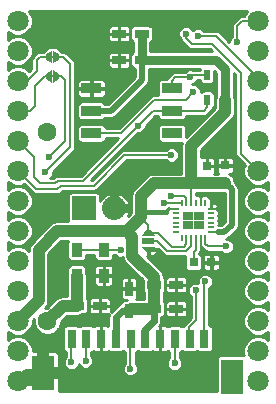
<source format=gtl>
G04 #@! TF.FileFunction,Copper,L1,Top,Signal*
%FSLAX46Y46*%
G04 Gerber Fmt 4.6, Leading zero omitted, Abs format (unit mm)*
G04 Created by KiCad (PCBNEW 4.0.0-rc2-stable) date 8/12/2015 5:56:54 PM*
%MOMM*%
G01*
G04 APERTURE LIST*
%ADD10C,0.100000*%
%ADD11R,0.800000X1.600000*%
%ADD12R,1.900000X3.000000*%
%ADD13R,1.200000X0.750000*%
%ADD14R,0.750000X1.200000*%
%ADD15R,1.000000X0.500000*%
%ADD16R,0.900000X1.200000*%
%ADD17R,0.550000X0.200000*%
%ADD18R,0.200000X0.550000*%
%ADD19R,0.875000X0.800000*%
%ADD20R,1.700000X0.900000*%
%ADD21R,0.750000X0.800000*%
%ADD22R,0.800000X0.750000*%
%ADD23R,0.500000X0.900000*%
%ADD24C,1.800000*%
%ADD25C,1.600000*%
%ADD26R,2.032000X2.032000*%
%ADD27O,2.032000X2.032000*%
%ADD28C,0.600000*%
%ADD29C,1.000000*%
%ADD30C,0.203200*%
%ADD31C,0.200000*%
%ADD32C,0.800000*%
%ADD33C,0.400000*%
%ADD34C,0.500000*%
%ADD35C,0.300000*%
%ADD36C,0.600000*%
%ADD37C,0.381000*%
%ADD38C,0.228600*%
G04 APERTURE END LIST*
D10*
D11*
X180430000Y-130424600D03*
X181680000Y-130424600D03*
X182930000Y-130424600D03*
X184180000Y-130424600D03*
X185430000Y-130424600D03*
X186680000Y-130424600D03*
X187930000Y-130424600D03*
X189180000Y-130424600D03*
X190430000Y-130424600D03*
X191680000Y-130424600D03*
D12*
X178054000Y-133324600D03*
X194030600Y-133629400D03*
D13*
X187391000Y-127889000D03*
X189291000Y-127889000D03*
X187391000Y-125857000D03*
X189291000Y-125857000D03*
X180914000Y-127635000D03*
X182814000Y-127635000D03*
X186370000Y-104597200D03*
X184470000Y-104597200D03*
X186370000Y-106832400D03*
X184470000Y-106832400D03*
D14*
X185293000Y-128077000D03*
X185293000Y-126177000D03*
D10*
G36*
X186719210Y-123098790D02*
X186419490Y-122649210D01*
X187468510Y-122649210D01*
X187168790Y-123098790D01*
X186719210Y-123098790D01*
X186719210Y-123098790D01*
G37*
G36*
X186419490Y-121698790D02*
X186719210Y-121249210D01*
X187168790Y-121249210D01*
X187468510Y-121698790D01*
X186419490Y-121698790D01*
X186419490Y-121698790D01*
G37*
D15*
X186944000Y-122174000D03*
D10*
G36*
X179345590Y-106777790D02*
X178896010Y-107077510D01*
X178896010Y-106028490D01*
X179345590Y-106328210D01*
X179345590Y-106777790D01*
X179345590Y-106777790D01*
G37*
G36*
X178735990Y-107077510D02*
X178286410Y-106777790D01*
X178286410Y-106328210D01*
X178735990Y-106028490D01*
X178735990Y-107077510D01*
X178735990Y-107077510D01*
G37*
G36*
X179345590Y-108428790D02*
X178896010Y-108728510D01*
X178896010Y-107679490D01*
X179345590Y-107979210D01*
X179345590Y-108428790D01*
X179345590Y-108428790D01*
G37*
G36*
X178735990Y-108728510D02*
X178286410Y-108428790D01*
X178286410Y-107979210D01*
X178735990Y-107679490D01*
X178735990Y-108728510D01*
X178735990Y-108728510D01*
G37*
D16*
X183159400Y-122877400D03*
X183159400Y-125077400D03*
D17*
X189254000Y-119396000D03*
X189254000Y-119796000D03*
X189254000Y-120196000D03*
X189254000Y-120596000D03*
X189254000Y-120996000D03*
X189254000Y-121396000D03*
D18*
X189754000Y-121896000D03*
X190154000Y-121896000D03*
X190554000Y-121896000D03*
X190954000Y-121896000D03*
X191354000Y-121896000D03*
X191754000Y-121896000D03*
D17*
X192254000Y-121396000D03*
X192254000Y-120996000D03*
X192254000Y-120596000D03*
X192254000Y-120196000D03*
X192254000Y-119796000D03*
X192254000Y-119396000D03*
D18*
X191754000Y-118896000D03*
X191354000Y-118896000D03*
X190954000Y-118896000D03*
X190554000Y-118896000D03*
X190154000Y-118896000D03*
X189754000Y-118896000D03*
D19*
X191189000Y-120796000D03*
X191189000Y-119996000D03*
X190319000Y-120796000D03*
X190319000Y-119996000D03*
D20*
X182118000Y-109220000D03*
X182118000Y-111120000D03*
X182118000Y-113020000D03*
X188918000Y-113020000D03*
X188918000Y-111120000D03*
X188918000Y-109220000D03*
D21*
X191884300Y-117272500D03*
X191884300Y-115772500D03*
X193446400Y-117247100D03*
X193446400Y-115747100D03*
D22*
X190766000Y-123952000D03*
X192266000Y-123952000D03*
D16*
X180873400Y-125077400D03*
X180873400Y-122877400D03*
D23*
X193434400Y-110185200D03*
X191934400Y-110185200D03*
X193409000Y-108077000D03*
X191909000Y-108077000D03*
D24*
X175895000Y-103505000D03*
X175895000Y-106045000D03*
X175895000Y-108585000D03*
X175895000Y-111125000D03*
X175895000Y-113665000D03*
X175895000Y-116205000D03*
X175895000Y-118745000D03*
X175895000Y-121285000D03*
X175895000Y-123825000D03*
X175895000Y-126365000D03*
X175895000Y-128905000D03*
X175895000Y-131445000D03*
X175895000Y-133985000D03*
X196215000Y-103505000D03*
X196215000Y-106045000D03*
X196215000Y-108585000D03*
X196215000Y-111125000D03*
X196215000Y-113665000D03*
X196215000Y-116205000D03*
X196215000Y-118745000D03*
X196215000Y-121285000D03*
X196215000Y-123825000D03*
X196215000Y-126365000D03*
X196215000Y-128905000D03*
X196215000Y-131445000D03*
X196215000Y-133985000D03*
D25*
X178371500Y-112929400D03*
X178371500Y-128929400D03*
D26*
X181483000Y-119380000D03*
D27*
X184023000Y-119380000D03*
D28*
X185394600Y-132969000D03*
X188264800Y-118922800D03*
X186055000Y-112395000D03*
X190931800Y-126314200D03*
X188849000Y-118325900D03*
X190500000Y-108254800D03*
X188874400Y-114858800D03*
X191744600Y-125552200D03*
X178206400Y-116332000D03*
X181635400Y-132308600D03*
X178511200Y-115062000D03*
X180416200Y-132410200D03*
X190754000Y-109524800D03*
X189153800Y-132511800D03*
X194437000Y-105283000D03*
X191135000Y-104775000D03*
X190119000Y-104584500D03*
X193522600Y-122605800D03*
X184581800Y-122910600D03*
X183337200Y-105613200D03*
X193954400Y-124358400D03*
X193954400Y-112420400D03*
X190652400Y-112064800D03*
X185039000Y-107924600D03*
X186690000Y-109728000D03*
X185369200Y-110998000D03*
X190957200Y-103428800D03*
X178663600Y-104444800D03*
X192735200Y-118516400D03*
X194564000Y-116484400D03*
X182727600Y-126492000D03*
X191541400Y-134239000D03*
X188442600Y-134188200D03*
X184175400Y-134239000D03*
X180568600Y-134239000D03*
X184073800Y-108889800D03*
X185039000Y-124485400D03*
X186385200Y-105765600D03*
D29*
X180914000Y-127635000D02*
X180873400Y-127594400D01*
X180873400Y-127594400D02*
X180873400Y-125077400D01*
X178371500Y-128929400D02*
X179665900Y-127635000D01*
X179665900Y-127635000D02*
X180914000Y-127635000D01*
D30*
X185404600Y-132959000D02*
X185404600Y-130424600D01*
X185394600Y-132969000D02*
X185404600Y-132959000D01*
X189754000Y-118896000D02*
X188291600Y-118896000D01*
X188291600Y-118896000D02*
X188264800Y-118922800D01*
X191934400Y-110185200D02*
X191934400Y-110803200D01*
X191617600Y-111120000D02*
X188918000Y-111120000D01*
X191934400Y-110803200D02*
X191617600Y-111120000D01*
X179273200Y-117043200D02*
X179070000Y-117246400D01*
X179273200Y-117043200D02*
X181406800Y-117043200D01*
X186055000Y-112395000D02*
X181406800Y-117043200D01*
X177241200Y-115011200D02*
X175895000Y-113665000D01*
X177241200Y-116738400D02*
X177241200Y-115011200D01*
X177749200Y-117246400D02*
X177241200Y-116738400D01*
X179070000Y-117246400D02*
X177749200Y-117246400D01*
X190982600Y-126365000D02*
X190931800Y-126314200D01*
X190982600Y-128854200D02*
X190982600Y-126365000D01*
X190404600Y-129432200D02*
X190982600Y-128854200D01*
X190404600Y-130424600D02*
X190404600Y-129432200D01*
X187330000Y-111120000D02*
X188918000Y-111120000D01*
X186055000Y-112395000D02*
X187330000Y-111120000D01*
D31*
X189941200Y-118325900D02*
X188849000Y-118325900D01*
X190154000Y-118538700D02*
X189941200Y-118325900D01*
X190154000Y-118896000D02*
X190154000Y-118538700D01*
D30*
X190500000Y-108254800D02*
X190677800Y-108077000D01*
X190677800Y-108077000D02*
X191909000Y-108077000D01*
X188918000Y-109220000D02*
X188918000Y-108566800D01*
X189230000Y-108254800D02*
X190500000Y-108254800D01*
X188918000Y-108566800D02*
X189230000Y-108254800D01*
X184912000Y-114858800D02*
X182321200Y-117449600D01*
X188874400Y-114858800D02*
X184912000Y-114858800D01*
X182321200Y-117449600D02*
X179527200Y-117449600D01*
X177444400Y-117754400D02*
X175895000Y-116205000D01*
X179222400Y-117754400D02*
X177444400Y-117754400D01*
X179527200Y-117449600D02*
X179222400Y-117754400D01*
X191654600Y-125642200D02*
X191654600Y-130424600D01*
X191744600Y-125552200D02*
X191654600Y-125642200D01*
X190554000Y-121896000D02*
X190554000Y-122531818D01*
X187706000Y-122174000D02*
X186944000Y-122174000D01*
X188531502Y-122999502D02*
X187706000Y-122174000D01*
X190086316Y-122999502D02*
X188531502Y-122999502D01*
X190554000Y-122531818D02*
X190086316Y-122999502D01*
X178206400Y-116332000D02*
X180314600Y-114223800D01*
X179705000Y-106553000D02*
X179120800Y-106553000D01*
X180314600Y-107162600D02*
X179705000Y-106553000D01*
X180314600Y-114223800D02*
X180314600Y-107162600D01*
X179120800Y-106553000D02*
X178511200Y-106553000D01*
X181654600Y-132289400D02*
X181654600Y-130424600D01*
X181654600Y-132289400D02*
X181635400Y-132308600D01*
X175895000Y-108585000D02*
X176657000Y-108585000D01*
X176657000Y-108585000D02*
X177469800Y-107772200D01*
X177774600Y-106553000D02*
X178511200Y-106553000D01*
X177469800Y-106857800D02*
X177774600Y-106553000D01*
X177469800Y-107772200D02*
X177469800Y-106857800D01*
X179857400Y-108483400D02*
X179857400Y-113715800D01*
X179857400Y-108483400D02*
X179578000Y-108204000D01*
X179578000Y-108204000D02*
X179120800Y-108204000D01*
X179857400Y-113715800D02*
X178511200Y-115062000D01*
X179120800Y-108204000D02*
X178511200Y-108204000D01*
X178511200Y-108204000D02*
X178155600Y-108204000D01*
X178155600Y-108204000D02*
X177317400Y-109042200D01*
X177317400Y-109042200D02*
X177317400Y-110718600D01*
X177317400Y-110718600D02*
X176911000Y-111125000D01*
X176911000Y-111125000D02*
X175895000Y-111125000D01*
X180404600Y-130424600D02*
X180404600Y-132398600D01*
X180404600Y-132398600D02*
X180416200Y-132410200D01*
X182118000Y-113020000D02*
X184617200Y-113020000D01*
X190093600Y-110185200D02*
X190754000Y-109524800D01*
X187452000Y-110185200D02*
X190093600Y-110185200D01*
X184617200Y-113020000D02*
X187452000Y-110185200D01*
X189154600Y-130424600D02*
X189154600Y-132511000D01*
X189154600Y-132511000D02*
X189153800Y-132511800D01*
X194894200Y-103505000D02*
X194437000Y-103962200D01*
X194437000Y-103962200D02*
X194437000Y-105283000D01*
X194894200Y-103505000D02*
X196215000Y-103505000D01*
X191135000Y-104775000D02*
X192659000Y-104775000D01*
X192659000Y-104775000D02*
X196215000Y-108331000D01*
X196215000Y-108331000D02*
X196215000Y-108585000D01*
X194754500Y-114744500D02*
X196215000Y-116205000D01*
X194754500Y-107886500D02*
X194754500Y-114744500D01*
X192341500Y-105473500D02*
X194754500Y-107886500D01*
X190627000Y-105473500D02*
X192341500Y-105473500D01*
X190119000Y-104965500D02*
X190627000Y-105473500D01*
X190119000Y-104584500D02*
X190119000Y-104965500D01*
X191754000Y-121896000D02*
X191754000Y-122412000D01*
X191947800Y-122605800D02*
X193522600Y-122605800D01*
X191754000Y-122412000D02*
X191947800Y-122605800D01*
X183159400Y-122877400D02*
X184548600Y-122877400D01*
X180873400Y-122877400D02*
X183159400Y-122877400D01*
D29*
X178054000Y-133324600D02*
X179654200Y-133324600D01*
X178054000Y-133324600D02*
X178054000Y-131470400D01*
D32*
X184023000Y-119380000D02*
X185166000Y-119380000D01*
X184023000Y-119380000D02*
X184023000Y-118033800D01*
X175895000Y-133985000D02*
X177393600Y-133985000D01*
D33*
X177393600Y-133985000D02*
X178054000Y-133324600D01*
D30*
X191354000Y-121896000D02*
X191354000Y-122854000D01*
X191354000Y-122854000D02*
X191400000Y-122900000D01*
X192266000Y-123952000D02*
X193548000Y-123952000D01*
X193548000Y-123952000D02*
X193954400Y-124358400D01*
X193446400Y-112928400D02*
X193954400Y-112420400D01*
X193446400Y-115747100D02*
X193446400Y-112928400D01*
D32*
X175895000Y-133985000D02*
X176555400Y-133324600D01*
X176555400Y-133324600D02*
X178054000Y-133324600D01*
D30*
X192254000Y-119396000D02*
X192871600Y-119396000D01*
X192871600Y-119396000D02*
X192887600Y-119380000D01*
X192254000Y-119396000D02*
X192254000Y-118997600D01*
X192254000Y-118997600D02*
X192735200Y-118516400D01*
X191354000Y-118896000D02*
X191354000Y-118272000D01*
X191354000Y-118272000D02*
X191363600Y-118262400D01*
X194564000Y-116484400D02*
X194564000Y-116027200D01*
X194283900Y-115747100D02*
X193446400Y-115747100D01*
X194564000Y-116027200D02*
X194283900Y-115747100D01*
X183159400Y-125077400D02*
X183159400Y-126060200D01*
X183159400Y-126060200D02*
X182727600Y-126492000D01*
D31*
X192254000Y-119396000D02*
X192427100Y-119396000D01*
D30*
X184226200Y-134188200D02*
X188442600Y-134188200D01*
X184175400Y-134239000D02*
X184226200Y-134188200D01*
X179654200Y-133324600D02*
X180568600Y-134239000D01*
X183769000Y-109194600D02*
X184073800Y-108889800D01*
X183769000Y-109194600D02*
X182143400Y-109194600D01*
X182118000Y-109220000D02*
X182143400Y-109194600D01*
X192266000Y-123952000D02*
X192342200Y-123875800D01*
X185293000Y-124739400D02*
X185039000Y-124485400D01*
X185293000Y-126177000D02*
X185293000Y-124739400D01*
D29*
X187375100Y-117272500D02*
X190525400Y-117272500D01*
D30*
X192254000Y-121396000D02*
X192852800Y-121396000D01*
D34*
X193360800Y-121396000D02*
X192852800Y-121396000D01*
X193979800Y-117780500D02*
X193446400Y-117247100D01*
X193979800Y-120777000D02*
X193360800Y-121396000D01*
X193979800Y-117780500D02*
X193979800Y-120777000D01*
D31*
X186385200Y-105765600D02*
X186370000Y-105765600D01*
X186370000Y-105765600D02*
X186385200Y-105765600D01*
X186385200Y-105765600D02*
X186370000Y-105765600D01*
D32*
X186370000Y-106832400D02*
X186370000Y-105765600D01*
X186370000Y-105765600D02*
X186370000Y-104597200D01*
X193409000Y-107607800D02*
X192633600Y-106832400D01*
X192633600Y-106832400D02*
X186370000Y-106832400D01*
X193409000Y-108077000D02*
X193409000Y-107607800D01*
D30*
X190554000Y-118896000D02*
X190554000Y-117301100D01*
X190554000Y-117301100D02*
X190525400Y-117272500D01*
X189254000Y-119396000D02*
X188706000Y-119396000D01*
D33*
X188417200Y-119684800D02*
X186309000Y-119684800D01*
D35*
X188706000Y-119396000D02*
X188417200Y-119684800D01*
D30*
X186309000Y-119684800D02*
X186740800Y-119684800D01*
X186740800Y-119684800D02*
X186309000Y-119684800D01*
X186944000Y-121474000D02*
X186944000Y-120802400D01*
X186944000Y-120802400D02*
X186283600Y-120142000D01*
D29*
X190525400Y-117272500D02*
X190525400Y-114122200D01*
X193434400Y-111213200D02*
X193434400Y-110185200D01*
X190525400Y-114122200D02*
X193434400Y-111213200D01*
X191884300Y-117272500D02*
X193421000Y-117272500D01*
X193421000Y-117272500D02*
X193446400Y-117247100D01*
X185089800Y-121335800D02*
X186283600Y-120142000D01*
X186283600Y-120142000D02*
X186309000Y-120116600D01*
X186309000Y-120116600D02*
X186309000Y-119684800D01*
X186309000Y-119684800D02*
X186309000Y-118338600D01*
X186309000Y-118338600D02*
X187375100Y-117272500D01*
X190525400Y-117272500D02*
X191884300Y-117272500D01*
X187391000Y-127889000D02*
X185481000Y-127889000D01*
X185481000Y-127889000D02*
X185293000Y-128077000D01*
X187391000Y-125857000D02*
X187391000Y-127889000D01*
X185089800Y-121335800D02*
X185585100Y-121831100D01*
X187391000Y-125186400D02*
X187391000Y-125857000D01*
X185585100Y-123380500D02*
X187391000Y-125186400D01*
X185585100Y-121831100D02*
X185585100Y-123380500D01*
X175895000Y-128905000D02*
X175907700Y-128905000D01*
X175907700Y-128905000D02*
X177634900Y-127177800D01*
X177634900Y-127177800D02*
X177634900Y-122872500D01*
X177634900Y-122872500D02*
X179171600Y-121335800D01*
X179171600Y-121335800D02*
X185089800Y-121335800D01*
D34*
X182118000Y-111120000D02*
X183774000Y-111120000D01*
X183774000Y-111120000D02*
X186370000Y-108524000D01*
X186370000Y-108524000D02*
X186370000Y-106832400D01*
D32*
X193409000Y-108077000D02*
X193409000Y-110159800D01*
D30*
X193409000Y-110159800D02*
X193434400Y-110185200D01*
D36*
X184154600Y-130424600D02*
X184154600Y-128621000D01*
X184154600Y-128621000D02*
X184698600Y-128077000D01*
X184698600Y-128077000D02*
X185293000Y-128077000D01*
D37*
X185293000Y-128077000D02*
X187203000Y-128077000D01*
D30*
X187203000Y-128077000D02*
X187391000Y-127889000D01*
X186654600Y-130424600D02*
X186654600Y-129626200D01*
D36*
X186654600Y-129626200D02*
X187391000Y-128889800D01*
X187391000Y-128889800D02*
X187391000Y-127889000D01*
D30*
X190154000Y-121896000D02*
X190154000Y-122393000D01*
X187768000Y-121474000D02*
X186944000Y-121474000D01*
X188912500Y-122618500D02*
X187768000Y-121474000D01*
X189928500Y-122618500D02*
X188912500Y-122618500D01*
X190154000Y-122393000D02*
X189928500Y-122618500D01*
X190766000Y-123952000D02*
X190766000Y-123051000D01*
X190935002Y-122881998D02*
X190935002Y-121896000D01*
X190766000Y-123051000D02*
X190935002Y-122881998D01*
X190935002Y-121896000D02*
X190954000Y-121896000D01*
D38*
G36*
X194310000Y-108070618D02*
X194310000Y-114744500D01*
X194343836Y-114914603D01*
X194375429Y-114961885D01*
X194440191Y-115058809D01*
X195079630Y-115698248D01*
X194972316Y-115956687D01*
X194971885Y-116451143D01*
X195160706Y-116908127D01*
X195510034Y-117258065D01*
X195966687Y-117447684D01*
X196461143Y-117448115D01*
X196918127Y-117259294D01*
X197067100Y-117110581D01*
X197067100Y-117839326D01*
X196919966Y-117691935D01*
X196463313Y-117502316D01*
X195968857Y-117501885D01*
X195511873Y-117690706D01*
X195161935Y-118040034D01*
X194972316Y-118496687D01*
X194971885Y-118991143D01*
X195160706Y-119448127D01*
X195510034Y-119798065D01*
X195966687Y-119987684D01*
X196461143Y-119988115D01*
X196918127Y-119799294D01*
X197067100Y-119650581D01*
X197067100Y-120379326D01*
X196919966Y-120231935D01*
X196463313Y-120042316D01*
X195968857Y-120041885D01*
X195511873Y-120230706D01*
X195161935Y-120580034D01*
X194972316Y-121036687D01*
X194971885Y-121531143D01*
X195160706Y-121988127D01*
X195510034Y-122338065D01*
X195966687Y-122527684D01*
X196461143Y-122528115D01*
X196918127Y-122339294D01*
X197067100Y-122190581D01*
X197067100Y-122919326D01*
X196919966Y-122771935D01*
X196463313Y-122582316D01*
X195968857Y-122581885D01*
X195511873Y-122770706D01*
X195161935Y-123120034D01*
X194972316Y-123576687D01*
X194971885Y-124071143D01*
X195160706Y-124528127D01*
X195510034Y-124878065D01*
X195966687Y-125067684D01*
X196461143Y-125068115D01*
X196918127Y-124879294D01*
X197067100Y-124730581D01*
X197067100Y-125459326D01*
X196919966Y-125311935D01*
X196463313Y-125122316D01*
X195968857Y-125121885D01*
X195511873Y-125310706D01*
X195161935Y-125660034D01*
X194972316Y-126116687D01*
X194971885Y-126611143D01*
X195160706Y-127068127D01*
X195510034Y-127418065D01*
X195966687Y-127607684D01*
X196461143Y-127608115D01*
X196918127Y-127419294D01*
X197067100Y-127270581D01*
X197067100Y-127999326D01*
X196919966Y-127851935D01*
X196463313Y-127662316D01*
X195968857Y-127661885D01*
X195511873Y-127850706D01*
X195161935Y-128200034D01*
X194972316Y-128656687D01*
X194971885Y-129151143D01*
X195160706Y-129608127D01*
X195510034Y-129958065D01*
X195966687Y-130147684D01*
X196461143Y-130148115D01*
X196918127Y-129959294D01*
X197067100Y-129810581D01*
X197067100Y-130539326D01*
X196919966Y-130391935D01*
X196463313Y-130202316D01*
X195968857Y-130201885D01*
X195511873Y-130390706D01*
X195161935Y-130740034D01*
X194972316Y-131196687D01*
X194971885Y-131691143D01*
X195011059Y-131785951D01*
X194980600Y-131779783D01*
X193080600Y-131779783D01*
X192953529Y-131803693D01*
X192836822Y-131878792D01*
X192758528Y-131993379D01*
X192730983Y-132129400D01*
X192730983Y-134837100D01*
X179346900Y-134837100D01*
X179346900Y-133423025D01*
X179261175Y-133337300D01*
X178066700Y-133337300D01*
X178066700Y-133357300D01*
X178041300Y-133357300D01*
X178041300Y-133337300D01*
X178021300Y-133337300D01*
X178021300Y-133311900D01*
X178041300Y-133311900D01*
X178041300Y-131567425D01*
X178066700Y-131567425D01*
X178066700Y-133311900D01*
X179261175Y-133311900D01*
X179346900Y-133226175D01*
X179346900Y-131756393D01*
X179294697Y-131630363D01*
X179198237Y-131533903D01*
X179072207Y-131481700D01*
X178152425Y-131481700D01*
X178066700Y-131567425D01*
X178041300Y-131567425D01*
X177955575Y-131481700D01*
X177137868Y-131481700D01*
X177138115Y-131198857D01*
X176949294Y-130741873D01*
X176599966Y-130391935D01*
X176143313Y-130202316D01*
X175648857Y-130201885D01*
X175191873Y-130390706D01*
X175042900Y-130539419D01*
X175042900Y-129810674D01*
X175190034Y-129958065D01*
X175646687Y-130147684D01*
X176141143Y-130148115D01*
X176598127Y-129959294D01*
X176948065Y-129609966D01*
X177137684Y-129153313D01*
X177137934Y-128866807D01*
X177228734Y-128776007D01*
X177228402Y-129155740D01*
X177402031Y-129575955D01*
X177723254Y-129897739D01*
X178143166Y-130072101D01*
X178597840Y-130072498D01*
X179018055Y-129898869D01*
X179292802Y-129624600D01*
X179680383Y-129624600D01*
X179680383Y-131224600D01*
X179704293Y-131351671D01*
X179779392Y-131468378D01*
X179893979Y-131546672D01*
X179960100Y-131560062D01*
X179960100Y-131957099D01*
X179871494Y-132045551D01*
X179773412Y-132281758D01*
X179773189Y-132537520D01*
X179870858Y-132773898D01*
X180051551Y-132954906D01*
X180287758Y-133052988D01*
X180543520Y-133053211D01*
X180779898Y-132955542D01*
X180960906Y-132774849D01*
X181046880Y-132567800D01*
X181090058Y-132672298D01*
X181270751Y-132853306D01*
X181506958Y-132951388D01*
X181762720Y-132951611D01*
X181999098Y-132853942D01*
X182180106Y-132673249D01*
X182278188Y-132437042D01*
X182278411Y-132181280D01*
X182180742Y-131944902D01*
X182099100Y-131863118D01*
X182099100Y-131570623D01*
X182207071Y-131550307D01*
X182306678Y-131486212D01*
X182335763Y-131515297D01*
X182461793Y-131567500D01*
X182831575Y-131567500D01*
X182917300Y-131481775D01*
X182917300Y-130437300D01*
X182897300Y-130437300D01*
X182897300Y-130411900D01*
X182917300Y-130411900D01*
X182917300Y-129367425D01*
X182831575Y-129281700D01*
X182461793Y-129281700D01*
X182335763Y-129333903D01*
X182305797Y-129363869D01*
X182216021Y-129302528D01*
X182080000Y-129274983D01*
X181280000Y-129274983D01*
X181152929Y-129298893D01*
X181053933Y-129362595D01*
X180966021Y-129302528D01*
X180830000Y-129274983D01*
X180030000Y-129274983D01*
X179902929Y-129298893D01*
X179786222Y-129373992D01*
X179707928Y-129488579D01*
X179680383Y-129624600D01*
X179292802Y-129624600D01*
X179339839Y-129577646D01*
X179514201Y-129157734D01*
X179514357Y-128978583D01*
X180015040Y-128477900D01*
X180914000Y-128477900D01*
X181236564Y-128413738D01*
X181317562Y-128359617D01*
X181514000Y-128359617D01*
X181641071Y-128335707D01*
X181757778Y-128260608D01*
X181836072Y-128146021D01*
X181863617Y-128010000D01*
X181863617Y-127733425D01*
X181871100Y-127733425D01*
X181871100Y-128078207D01*
X181923303Y-128204237D01*
X182019763Y-128300697D01*
X182145793Y-128352900D01*
X182715575Y-128352900D01*
X182801300Y-128267175D01*
X182801300Y-127647700D01*
X181956825Y-127647700D01*
X181871100Y-127733425D01*
X181863617Y-127733425D01*
X181863617Y-127260000D01*
X181850783Y-127191793D01*
X181871100Y-127191793D01*
X181871100Y-127536575D01*
X181956825Y-127622300D01*
X182801300Y-127622300D01*
X182801300Y-127002825D01*
X182826700Y-127002825D01*
X182826700Y-127622300D01*
X183671175Y-127622300D01*
X183756900Y-127536575D01*
X183756900Y-127191793D01*
X183704697Y-127065763D01*
X183608237Y-126969303D01*
X183482207Y-126917100D01*
X182912425Y-126917100D01*
X182826700Y-127002825D01*
X182801300Y-127002825D01*
X182715575Y-126917100D01*
X182145793Y-126917100D01*
X182019763Y-126969303D01*
X181923303Y-127065763D01*
X181871100Y-127191793D01*
X181850783Y-127191793D01*
X181839707Y-127132929D01*
X181764608Y-127016222D01*
X181716300Y-126983215D01*
X181716300Y-125175825D01*
X182366500Y-125175825D01*
X182366500Y-125745607D01*
X182418703Y-125871637D01*
X182515163Y-125968097D01*
X182641193Y-126020300D01*
X183060975Y-126020300D01*
X183146700Y-125934575D01*
X183146700Y-125090100D01*
X183172100Y-125090100D01*
X183172100Y-125934575D01*
X183257825Y-126020300D01*
X183677607Y-126020300D01*
X183803637Y-125968097D01*
X183900097Y-125871637D01*
X183952300Y-125745607D01*
X183952300Y-125508793D01*
X184575100Y-125508793D01*
X184575100Y-126078575D01*
X184660825Y-126164300D01*
X185280300Y-126164300D01*
X185280300Y-125319825D01*
X185305700Y-125319825D01*
X185305700Y-126164300D01*
X185925175Y-126164300D01*
X186010900Y-126078575D01*
X186010900Y-125508793D01*
X185958697Y-125382763D01*
X185862237Y-125286303D01*
X185736207Y-125234100D01*
X185391425Y-125234100D01*
X185305700Y-125319825D01*
X185280300Y-125319825D01*
X185194575Y-125234100D01*
X184849793Y-125234100D01*
X184723763Y-125286303D01*
X184627303Y-125382763D01*
X184575100Y-125508793D01*
X183952300Y-125508793D01*
X183952300Y-125175825D01*
X183866575Y-125090100D01*
X183172100Y-125090100D01*
X183146700Y-125090100D01*
X182452225Y-125090100D01*
X182366500Y-125175825D01*
X181716300Y-125175825D01*
X181716300Y-125077400D01*
X181673017Y-124859802D01*
X181673017Y-124477400D01*
X181660183Y-124409193D01*
X182366500Y-124409193D01*
X182366500Y-124978975D01*
X182452225Y-125064700D01*
X183146700Y-125064700D01*
X183146700Y-124220225D01*
X183172100Y-124220225D01*
X183172100Y-125064700D01*
X183866575Y-125064700D01*
X183952300Y-124978975D01*
X183952300Y-124409193D01*
X183900097Y-124283163D01*
X183803637Y-124186703D01*
X183677607Y-124134500D01*
X183257825Y-124134500D01*
X183172100Y-124220225D01*
X183146700Y-124220225D01*
X183060975Y-124134500D01*
X182641193Y-124134500D01*
X182515163Y-124186703D01*
X182418703Y-124283163D01*
X182366500Y-124409193D01*
X181660183Y-124409193D01*
X181649107Y-124350329D01*
X181574008Y-124233622D01*
X181459421Y-124155328D01*
X181323400Y-124127783D01*
X180423400Y-124127783D01*
X180296329Y-124151693D01*
X180179622Y-124226792D01*
X180101328Y-124341379D01*
X180073783Y-124477400D01*
X180073783Y-124859802D01*
X180030500Y-125077400D01*
X180030500Y-126792100D01*
X179665900Y-126792100D01*
X179343336Y-126856262D01*
X179069880Y-127038980D01*
X178322403Y-127786457D01*
X178218375Y-127786366D01*
X178230921Y-127773820D01*
X178369490Y-127566436D01*
X178413638Y-127500364D01*
X178477800Y-127177800D01*
X178477800Y-123221640D01*
X179520740Y-122178700D01*
X180093770Y-122178700D01*
X180073783Y-122277400D01*
X180073783Y-123477400D01*
X180097693Y-123604471D01*
X180172792Y-123721178D01*
X180287379Y-123799472D01*
X180423400Y-123827017D01*
X181323400Y-123827017D01*
X181450471Y-123803107D01*
X181567178Y-123728008D01*
X181645472Y-123613421D01*
X181673017Y-123477400D01*
X181673017Y-123321900D01*
X182359783Y-123321900D01*
X182359783Y-123477400D01*
X182383693Y-123604471D01*
X182458792Y-123721178D01*
X182573379Y-123799472D01*
X182709400Y-123827017D01*
X183609400Y-123827017D01*
X183736471Y-123803107D01*
X183853178Y-123728008D01*
X183931472Y-123613421D01*
X183959017Y-123477400D01*
X183959017Y-123321900D01*
X184083977Y-123321900D01*
X184217151Y-123455306D01*
X184453358Y-123553388D01*
X184709120Y-123553611D01*
X184771506Y-123527834D01*
X184806362Y-123703064D01*
X184989080Y-123976520D01*
X186450338Y-125437778D01*
X186441383Y-125482000D01*
X186441383Y-126232000D01*
X186465293Y-126359071D01*
X186540392Y-126475778D01*
X186548100Y-126481045D01*
X186548100Y-127046100D01*
X185883834Y-127046100D01*
X185958697Y-126971237D01*
X186010900Y-126845207D01*
X186010900Y-126275425D01*
X185925175Y-126189700D01*
X185305700Y-126189700D01*
X185305700Y-126209700D01*
X185280300Y-126209700D01*
X185280300Y-126189700D01*
X184660825Y-126189700D01*
X184575100Y-126275425D01*
X184575100Y-126845207D01*
X184627303Y-126971237D01*
X184723763Y-127067697D01*
X184849793Y-127119900D01*
X185144012Y-127119900D01*
X185132813Y-127127383D01*
X184918000Y-127127383D01*
X184790929Y-127151293D01*
X184674222Y-127226392D01*
X184595928Y-127340979D01*
X184571970Y-127459288D01*
X184452573Y-127483038D01*
X184244001Y-127622401D01*
X183734771Y-128131631D01*
X183756900Y-128078207D01*
X183756900Y-127733425D01*
X183671175Y-127647700D01*
X182826700Y-127647700D01*
X182826700Y-128267175D01*
X182912425Y-128352900D01*
X183482207Y-128352900D01*
X183608237Y-128300697D01*
X183614356Y-128294578D01*
X183560638Y-128374973D01*
X183511700Y-128621000D01*
X183511700Y-129328710D01*
X183398207Y-129281700D01*
X183028425Y-129281700D01*
X182942700Y-129367425D01*
X182942700Y-130411900D01*
X182962700Y-130411900D01*
X182962700Y-130437300D01*
X182942700Y-130437300D01*
X182942700Y-131481775D01*
X183028425Y-131567500D01*
X183398207Y-131567500D01*
X183524237Y-131515297D01*
X183554203Y-131485331D01*
X183643979Y-131546672D01*
X183780000Y-131574217D01*
X184580000Y-131574217D01*
X184707071Y-131550307D01*
X184806067Y-131486605D01*
X184893979Y-131546672D01*
X184960100Y-131560062D01*
X184960100Y-132494337D01*
X184849894Y-132604351D01*
X184751812Y-132840558D01*
X184751589Y-133096320D01*
X184849258Y-133332698D01*
X185029951Y-133513706D01*
X185266158Y-133611788D01*
X185521920Y-133612011D01*
X185758298Y-133514342D01*
X185939306Y-133333649D01*
X186037388Y-133097442D01*
X186037611Y-132841680D01*
X185939942Y-132605302D01*
X185849100Y-132514302D01*
X185849100Y-131570623D01*
X185957071Y-131550307D01*
X186056067Y-131486605D01*
X186143979Y-131546672D01*
X186280000Y-131574217D01*
X187080000Y-131574217D01*
X187207071Y-131550307D01*
X187306678Y-131486212D01*
X187335763Y-131515297D01*
X187461793Y-131567500D01*
X187831575Y-131567500D01*
X187917300Y-131481775D01*
X187917300Y-130437300D01*
X187897300Y-130437300D01*
X187897300Y-130411900D01*
X187917300Y-130411900D01*
X187917300Y-129367425D01*
X187942700Y-129367425D01*
X187942700Y-130411900D01*
X187962700Y-130411900D01*
X187962700Y-130437300D01*
X187942700Y-130437300D01*
X187942700Y-131481775D01*
X188028425Y-131567500D01*
X188398207Y-131567500D01*
X188524237Y-131515297D01*
X188554203Y-131485331D01*
X188643979Y-131546672D01*
X188710100Y-131560062D01*
X188710100Y-132046321D01*
X188609094Y-132147151D01*
X188511012Y-132383358D01*
X188510789Y-132639120D01*
X188608458Y-132875498D01*
X188789151Y-133056506D01*
X189025358Y-133154588D01*
X189281120Y-133154811D01*
X189517498Y-133057142D01*
X189698506Y-132876449D01*
X189796588Y-132640242D01*
X189796811Y-132384480D01*
X189699142Y-132148102D01*
X189599100Y-132047886D01*
X189599100Y-131570623D01*
X189707071Y-131550307D01*
X189806067Y-131486605D01*
X189893979Y-131546672D01*
X190030000Y-131574217D01*
X190830000Y-131574217D01*
X190957071Y-131550307D01*
X191056067Y-131486605D01*
X191143979Y-131546672D01*
X191280000Y-131574217D01*
X192080000Y-131574217D01*
X192207071Y-131550307D01*
X192323778Y-131475208D01*
X192402072Y-131360621D01*
X192429617Y-131224600D01*
X192429617Y-129624600D01*
X192405707Y-129497529D01*
X192330608Y-129380822D01*
X192216021Y-129302528D01*
X192099100Y-129278851D01*
X192099100Y-126101343D01*
X192108298Y-126097542D01*
X192289306Y-125916849D01*
X192387388Y-125680642D01*
X192387611Y-125424880D01*
X192289942Y-125188502D01*
X192109249Y-125007494D01*
X191873042Y-124909412D01*
X191617280Y-124909189D01*
X191380902Y-125006858D01*
X191199894Y-125187551D01*
X191101812Y-125423758D01*
X191101589Y-125679520D01*
X191106108Y-125690457D01*
X191060242Y-125671412D01*
X190804480Y-125671189D01*
X190568102Y-125768858D01*
X190387094Y-125949551D01*
X190289012Y-126185758D01*
X190288789Y-126441520D01*
X190386458Y-126677898D01*
X190538100Y-126829804D01*
X190538100Y-128670082D01*
X190090291Y-129117891D01*
X189993936Y-129262097D01*
X189989871Y-129282534D01*
X189902929Y-129298893D01*
X189803933Y-129362595D01*
X189716021Y-129302528D01*
X189580000Y-129274983D01*
X188780000Y-129274983D01*
X188652929Y-129298893D01*
X188553322Y-129362988D01*
X188524237Y-129333903D01*
X188398207Y-129281700D01*
X188028425Y-129281700D01*
X187942700Y-129367425D01*
X187917300Y-129367425D01*
X187865095Y-129315220D01*
X187984962Y-129135827D01*
X188033900Y-128889800D01*
X188033900Y-128605545D01*
X188118071Y-128589707D01*
X188234778Y-128514608D01*
X188313072Y-128400021D01*
X188340617Y-128264000D01*
X188340617Y-127987425D01*
X188348100Y-127987425D01*
X188348100Y-128332207D01*
X188400303Y-128458237D01*
X188496763Y-128554697D01*
X188622793Y-128606900D01*
X189192575Y-128606900D01*
X189278300Y-128521175D01*
X189278300Y-127901700D01*
X189303700Y-127901700D01*
X189303700Y-128521175D01*
X189389425Y-128606900D01*
X189959207Y-128606900D01*
X190085237Y-128554697D01*
X190181697Y-128458237D01*
X190233900Y-128332207D01*
X190233900Y-127987425D01*
X190148175Y-127901700D01*
X189303700Y-127901700D01*
X189278300Y-127901700D01*
X188433825Y-127901700D01*
X188348100Y-127987425D01*
X188340617Y-127987425D01*
X188340617Y-127514000D01*
X188327783Y-127445793D01*
X188348100Y-127445793D01*
X188348100Y-127790575D01*
X188433825Y-127876300D01*
X189278300Y-127876300D01*
X189278300Y-127256825D01*
X189303700Y-127256825D01*
X189303700Y-127876300D01*
X190148175Y-127876300D01*
X190233900Y-127790575D01*
X190233900Y-127445793D01*
X190181697Y-127319763D01*
X190085237Y-127223303D01*
X189959207Y-127171100D01*
X189389425Y-127171100D01*
X189303700Y-127256825D01*
X189278300Y-127256825D01*
X189192575Y-127171100D01*
X188622793Y-127171100D01*
X188496763Y-127223303D01*
X188400303Y-127319763D01*
X188348100Y-127445793D01*
X188327783Y-127445793D01*
X188316707Y-127386929D01*
X188241608Y-127270222D01*
X188233900Y-127264955D01*
X188233900Y-126483173D01*
X188234778Y-126482608D01*
X188313072Y-126368021D01*
X188340617Y-126232000D01*
X188340617Y-125955425D01*
X188348100Y-125955425D01*
X188348100Y-126300207D01*
X188400303Y-126426237D01*
X188496763Y-126522697D01*
X188622793Y-126574900D01*
X189192575Y-126574900D01*
X189278300Y-126489175D01*
X189278300Y-125869700D01*
X189303700Y-125869700D01*
X189303700Y-126489175D01*
X189389425Y-126574900D01*
X189959207Y-126574900D01*
X190085237Y-126522697D01*
X190181697Y-126426237D01*
X190233900Y-126300207D01*
X190233900Y-125955425D01*
X190148175Y-125869700D01*
X189303700Y-125869700D01*
X189278300Y-125869700D01*
X188433825Y-125869700D01*
X188348100Y-125955425D01*
X188340617Y-125955425D01*
X188340617Y-125482000D01*
X188327783Y-125413793D01*
X188348100Y-125413793D01*
X188348100Y-125758575D01*
X188433825Y-125844300D01*
X189278300Y-125844300D01*
X189278300Y-125224825D01*
X189303700Y-125224825D01*
X189303700Y-125844300D01*
X190148175Y-125844300D01*
X190233900Y-125758575D01*
X190233900Y-125413793D01*
X190181697Y-125287763D01*
X190085237Y-125191303D01*
X189959207Y-125139100D01*
X189389425Y-125139100D01*
X189303700Y-125224825D01*
X189278300Y-125224825D01*
X189192575Y-125139100D01*
X188622793Y-125139100D01*
X188496763Y-125191303D01*
X188400303Y-125287763D01*
X188348100Y-125413793D01*
X188327783Y-125413793D01*
X188316707Y-125354929D01*
X188241608Y-125238222D01*
X188233900Y-125232955D01*
X188233900Y-125186400D01*
X188169738Y-124863836D01*
X187987020Y-124590380D01*
X186845047Y-123448407D01*
X186931300Y-123448407D01*
X186931300Y-122886700D01*
X186956700Y-122886700D01*
X186956700Y-123448407D01*
X187168790Y-123448407D01*
X187361320Y-123390619D01*
X187459689Y-123292723D01*
X187730371Y-122886700D01*
X186956700Y-122886700D01*
X186931300Y-122886700D01*
X186911300Y-122886700D01*
X186911300Y-122861300D01*
X186931300Y-122861300D01*
X186931300Y-122841300D01*
X186956700Y-122841300D01*
X186956700Y-122861300D01*
X187747304Y-122861300D01*
X187754255Y-122850873D01*
X188217193Y-123313811D01*
X188361399Y-123410166D01*
X188531502Y-123444002D01*
X190043316Y-123444002D01*
X190016383Y-123577000D01*
X190016383Y-124327000D01*
X190040293Y-124454071D01*
X190115392Y-124570778D01*
X190229979Y-124649072D01*
X190366000Y-124676617D01*
X191166000Y-124676617D01*
X191293071Y-124652707D01*
X191409778Y-124577608D01*
X191488072Y-124463021D01*
X191515617Y-124327000D01*
X191515617Y-124050425D01*
X191523100Y-124050425D01*
X191523100Y-124395207D01*
X191575303Y-124521237D01*
X191671763Y-124617697D01*
X191797793Y-124669900D01*
X192167575Y-124669900D01*
X192253300Y-124584175D01*
X192253300Y-123964700D01*
X192278700Y-123964700D01*
X192278700Y-124584175D01*
X192364425Y-124669900D01*
X192734207Y-124669900D01*
X192860237Y-124617697D01*
X192956697Y-124521237D01*
X193008900Y-124395207D01*
X193008900Y-124050425D01*
X192923175Y-123964700D01*
X192278700Y-123964700D01*
X192253300Y-123964700D01*
X191608825Y-123964700D01*
X191523100Y-124050425D01*
X191515617Y-124050425D01*
X191515617Y-123577000D01*
X191502783Y-123508793D01*
X191523100Y-123508793D01*
X191523100Y-123853575D01*
X191608825Y-123939300D01*
X192253300Y-123939300D01*
X192253300Y-123319825D01*
X192278700Y-123319825D01*
X192278700Y-123939300D01*
X192923175Y-123939300D01*
X193008900Y-123853575D01*
X193008900Y-123508793D01*
X192956697Y-123382763D01*
X192860237Y-123286303D01*
X192734207Y-123234100D01*
X192364425Y-123234100D01*
X192278700Y-123319825D01*
X192253300Y-123319825D01*
X192167575Y-123234100D01*
X191797793Y-123234100D01*
X191671763Y-123286303D01*
X191575303Y-123382763D01*
X191523100Y-123508793D01*
X191502783Y-123508793D01*
X191491707Y-123449929D01*
X191416608Y-123333222D01*
X191302021Y-123254928D01*
X191210500Y-123236394D01*
X191210500Y-123235118D01*
X191249311Y-123196307D01*
X191299046Y-123121873D01*
X191345666Y-123052101D01*
X191379502Y-122881998D01*
X191379502Y-122636229D01*
X191439691Y-122726309D01*
X191633491Y-122920109D01*
X191777698Y-123016465D01*
X191947800Y-123050300D01*
X193057919Y-123050300D01*
X193157951Y-123150506D01*
X193394158Y-123248588D01*
X193649920Y-123248811D01*
X193886298Y-123151142D01*
X194067306Y-122970449D01*
X194165388Y-122734242D01*
X194165611Y-122478480D01*
X194067942Y-122242102D01*
X193887249Y-122061094D01*
X193651042Y-121963012D01*
X193491648Y-121962873D01*
X193587693Y-121943768D01*
X193780044Y-121815244D01*
X194399041Y-121196246D01*
X194399044Y-121196244D01*
X194527568Y-121003893D01*
X194572700Y-120777000D01*
X194572700Y-117780505D01*
X194572701Y-117780500D01*
X194527568Y-117553607D01*
X194399044Y-117361256D01*
X194399041Y-117361254D01*
X194288568Y-117250781D01*
X194289300Y-117247100D01*
X194225138Y-116924536D01*
X194170084Y-116842142D01*
X194147107Y-116720029D01*
X194072008Y-116603322D01*
X193957421Y-116525028D01*
X193821400Y-116497483D01*
X193812547Y-116497483D01*
X193801347Y-116490000D01*
X193889607Y-116490000D01*
X194015637Y-116437797D01*
X194112097Y-116341337D01*
X194164300Y-116215307D01*
X194164300Y-115845525D01*
X194078575Y-115759800D01*
X193459100Y-115759800D01*
X193459100Y-115779800D01*
X193433700Y-115779800D01*
X193433700Y-115759800D01*
X192814225Y-115759800D01*
X192728500Y-115845525D01*
X192728500Y-116215307D01*
X192780703Y-116341337D01*
X192868966Y-116429600D01*
X192487134Y-116429600D01*
X192549997Y-116366737D01*
X192602200Y-116240707D01*
X192602200Y-115870925D01*
X192516475Y-115785200D01*
X191897000Y-115785200D01*
X191897000Y-115805200D01*
X191871600Y-115805200D01*
X191871600Y-115785200D01*
X191851600Y-115785200D01*
X191851600Y-115759800D01*
X191871600Y-115759800D01*
X191871600Y-115115325D01*
X191897000Y-115115325D01*
X191897000Y-115759800D01*
X192516475Y-115759800D01*
X192602200Y-115674075D01*
X192602200Y-115304293D01*
X192591680Y-115278893D01*
X192728500Y-115278893D01*
X192728500Y-115648675D01*
X192814225Y-115734400D01*
X193433700Y-115734400D01*
X193433700Y-115089925D01*
X193459100Y-115089925D01*
X193459100Y-115734400D01*
X194078575Y-115734400D01*
X194164300Y-115648675D01*
X194164300Y-115278893D01*
X194112097Y-115152863D01*
X194015637Y-115056403D01*
X193889607Y-115004200D01*
X193544825Y-115004200D01*
X193459100Y-115089925D01*
X193433700Y-115089925D01*
X193347975Y-115004200D01*
X193003193Y-115004200D01*
X192877163Y-115056403D01*
X192780703Y-115152863D01*
X192728500Y-115278893D01*
X192591680Y-115278893D01*
X192549997Y-115178263D01*
X192453537Y-115081803D01*
X192327507Y-115029600D01*
X191982725Y-115029600D01*
X191897000Y-115115325D01*
X191871600Y-115115325D01*
X191785875Y-115029600D01*
X191441093Y-115029600D01*
X191368300Y-115059752D01*
X191368300Y-114471340D01*
X194030420Y-111809220D01*
X194213138Y-111535764D01*
X194232324Y-111439309D01*
X194277300Y-111213200D01*
X194277300Y-110185200D01*
X194213138Y-109862636D01*
X194151900Y-109770987D01*
X194151900Y-107912518D01*
X194310000Y-108070618D01*
X194310000Y-108070618D01*
G37*
X194310000Y-108070618D02*
X194310000Y-114744500D01*
X194343836Y-114914603D01*
X194375429Y-114961885D01*
X194440191Y-115058809D01*
X195079630Y-115698248D01*
X194972316Y-115956687D01*
X194971885Y-116451143D01*
X195160706Y-116908127D01*
X195510034Y-117258065D01*
X195966687Y-117447684D01*
X196461143Y-117448115D01*
X196918127Y-117259294D01*
X197067100Y-117110581D01*
X197067100Y-117839326D01*
X196919966Y-117691935D01*
X196463313Y-117502316D01*
X195968857Y-117501885D01*
X195511873Y-117690706D01*
X195161935Y-118040034D01*
X194972316Y-118496687D01*
X194971885Y-118991143D01*
X195160706Y-119448127D01*
X195510034Y-119798065D01*
X195966687Y-119987684D01*
X196461143Y-119988115D01*
X196918127Y-119799294D01*
X197067100Y-119650581D01*
X197067100Y-120379326D01*
X196919966Y-120231935D01*
X196463313Y-120042316D01*
X195968857Y-120041885D01*
X195511873Y-120230706D01*
X195161935Y-120580034D01*
X194972316Y-121036687D01*
X194971885Y-121531143D01*
X195160706Y-121988127D01*
X195510034Y-122338065D01*
X195966687Y-122527684D01*
X196461143Y-122528115D01*
X196918127Y-122339294D01*
X197067100Y-122190581D01*
X197067100Y-122919326D01*
X196919966Y-122771935D01*
X196463313Y-122582316D01*
X195968857Y-122581885D01*
X195511873Y-122770706D01*
X195161935Y-123120034D01*
X194972316Y-123576687D01*
X194971885Y-124071143D01*
X195160706Y-124528127D01*
X195510034Y-124878065D01*
X195966687Y-125067684D01*
X196461143Y-125068115D01*
X196918127Y-124879294D01*
X197067100Y-124730581D01*
X197067100Y-125459326D01*
X196919966Y-125311935D01*
X196463313Y-125122316D01*
X195968857Y-125121885D01*
X195511873Y-125310706D01*
X195161935Y-125660034D01*
X194972316Y-126116687D01*
X194971885Y-126611143D01*
X195160706Y-127068127D01*
X195510034Y-127418065D01*
X195966687Y-127607684D01*
X196461143Y-127608115D01*
X196918127Y-127419294D01*
X197067100Y-127270581D01*
X197067100Y-127999326D01*
X196919966Y-127851935D01*
X196463313Y-127662316D01*
X195968857Y-127661885D01*
X195511873Y-127850706D01*
X195161935Y-128200034D01*
X194972316Y-128656687D01*
X194971885Y-129151143D01*
X195160706Y-129608127D01*
X195510034Y-129958065D01*
X195966687Y-130147684D01*
X196461143Y-130148115D01*
X196918127Y-129959294D01*
X197067100Y-129810581D01*
X197067100Y-130539326D01*
X196919966Y-130391935D01*
X196463313Y-130202316D01*
X195968857Y-130201885D01*
X195511873Y-130390706D01*
X195161935Y-130740034D01*
X194972316Y-131196687D01*
X194971885Y-131691143D01*
X195011059Y-131785951D01*
X194980600Y-131779783D01*
X193080600Y-131779783D01*
X192953529Y-131803693D01*
X192836822Y-131878792D01*
X192758528Y-131993379D01*
X192730983Y-132129400D01*
X192730983Y-134837100D01*
X179346900Y-134837100D01*
X179346900Y-133423025D01*
X179261175Y-133337300D01*
X178066700Y-133337300D01*
X178066700Y-133357300D01*
X178041300Y-133357300D01*
X178041300Y-133337300D01*
X178021300Y-133337300D01*
X178021300Y-133311900D01*
X178041300Y-133311900D01*
X178041300Y-131567425D01*
X178066700Y-131567425D01*
X178066700Y-133311900D01*
X179261175Y-133311900D01*
X179346900Y-133226175D01*
X179346900Y-131756393D01*
X179294697Y-131630363D01*
X179198237Y-131533903D01*
X179072207Y-131481700D01*
X178152425Y-131481700D01*
X178066700Y-131567425D01*
X178041300Y-131567425D01*
X177955575Y-131481700D01*
X177137868Y-131481700D01*
X177138115Y-131198857D01*
X176949294Y-130741873D01*
X176599966Y-130391935D01*
X176143313Y-130202316D01*
X175648857Y-130201885D01*
X175191873Y-130390706D01*
X175042900Y-130539419D01*
X175042900Y-129810674D01*
X175190034Y-129958065D01*
X175646687Y-130147684D01*
X176141143Y-130148115D01*
X176598127Y-129959294D01*
X176948065Y-129609966D01*
X177137684Y-129153313D01*
X177137934Y-128866807D01*
X177228734Y-128776007D01*
X177228402Y-129155740D01*
X177402031Y-129575955D01*
X177723254Y-129897739D01*
X178143166Y-130072101D01*
X178597840Y-130072498D01*
X179018055Y-129898869D01*
X179292802Y-129624600D01*
X179680383Y-129624600D01*
X179680383Y-131224600D01*
X179704293Y-131351671D01*
X179779392Y-131468378D01*
X179893979Y-131546672D01*
X179960100Y-131560062D01*
X179960100Y-131957099D01*
X179871494Y-132045551D01*
X179773412Y-132281758D01*
X179773189Y-132537520D01*
X179870858Y-132773898D01*
X180051551Y-132954906D01*
X180287758Y-133052988D01*
X180543520Y-133053211D01*
X180779898Y-132955542D01*
X180960906Y-132774849D01*
X181046880Y-132567800D01*
X181090058Y-132672298D01*
X181270751Y-132853306D01*
X181506958Y-132951388D01*
X181762720Y-132951611D01*
X181999098Y-132853942D01*
X182180106Y-132673249D01*
X182278188Y-132437042D01*
X182278411Y-132181280D01*
X182180742Y-131944902D01*
X182099100Y-131863118D01*
X182099100Y-131570623D01*
X182207071Y-131550307D01*
X182306678Y-131486212D01*
X182335763Y-131515297D01*
X182461793Y-131567500D01*
X182831575Y-131567500D01*
X182917300Y-131481775D01*
X182917300Y-130437300D01*
X182897300Y-130437300D01*
X182897300Y-130411900D01*
X182917300Y-130411900D01*
X182917300Y-129367425D01*
X182831575Y-129281700D01*
X182461793Y-129281700D01*
X182335763Y-129333903D01*
X182305797Y-129363869D01*
X182216021Y-129302528D01*
X182080000Y-129274983D01*
X181280000Y-129274983D01*
X181152929Y-129298893D01*
X181053933Y-129362595D01*
X180966021Y-129302528D01*
X180830000Y-129274983D01*
X180030000Y-129274983D01*
X179902929Y-129298893D01*
X179786222Y-129373992D01*
X179707928Y-129488579D01*
X179680383Y-129624600D01*
X179292802Y-129624600D01*
X179339839Y-129577646D01*
X179514201Y-129157734D01*
X179514357Y-128978583D01*
X180015040Y-128477900D01*
X180914000Y-128477900D01*
X181236564Y-128413738D01*
X181317562Y-128359617D01*
X181514000Y-128359617D01*
X181641071Y-128335707D01*
X181757778Y-128260608D01*
X181836072Y-128146021D01*
X181863617Y-128010000D01*
X181863617Y-127733425D01*
X181871100Y-127733425D01*
X181871100Y-128078207D01*
X181923303Y-128204237D01*
X182019763Y-128300697D01*
X182145793Y-128352900D01*
X182715575Y-128352900D01*
X182801300Y-128267175D01*
X182801300Y-127647700D01*
X181956825Y-127647700D01*
X181871100Y-127733425D01*
X181863617Y-127733425D01*
X181863617Y-127260000D01*
X181850783Y-127191793D01*
X181871100Y-127191793D01*
X181871100Y-127536575D01*
X181956825Y-127622300D01*
X182801300Y-127622300D01*
X182801300Y-127002825D01*
X182826700Y-127002825D01*
X182826700Y-127622300D01*
X183671175Y-127622300D01*
X183756900Y-127536575D01*
X183756900Y-127191793D01*
X183704697Y-127065763D01*
X183608237Y-126969303D01*
X183482207Y-126917100D01*
X182912425Y-126917100D01*
X182826700Y-127002825D01*
X182801300Y-127002825D01*
X182715575Y-126917100D01*
X182145793Y-126917100D01*
X182019763Y-126969303D01*
X181923303Y-127065763D01*
X181871100Y-127191793D01*
X181850783Y-127191793D01*
X181839707Y-127132929D01*
X181764608Y-127016222D01*
X181716300Y-126983215D01*
X181716300Y-125175825D01*
X182366500Y-125175825D01*
X182366500Y-125745607D01*
X182418703Y-125871637D01*
X182515163Y-125968097D01*
X182641193Y-126020300D01*
X183060975Y-126020300D01*
X183146700Y-125934575D01*
X183146700Y-125090100D01*
X183172100Y-125090100D01*
X183172100Y-125934575D01*
X183257825Y-126020300D01*
X183677607Y-126020300D01*
X183803637Y-125968097D01*
X183900097Y-125871637D01*
X183952300Y-125745607D01*
X183952300Y-125508793D01*
X184575100Y-125508793D01*
X184575100Y-126078575D01*
X184660825Y-126164300D01*
X185280300Y-126164300D01*
X185280300Y-125319825D01*
X185305700Y-125319825D01*
X185305700Y-126164300D01*
X185925175Y-126164300D01*
X186010900Y-126078575D01*
X186010900Y-125508793D01*
X185958697Y-125382763D01*
X185862237Y-125286303D01*
X185736207Y-125234100D01*
X185391425Y-125234100D01*
X185305700Y-125319825D01*
X185280300Y-125319825D01*
X185194575Y-125234100D01*
X184849793Y-125234100D01*
X184723763Y-125286303D01*
X184627303Y-125382763D01*
X184575100Y-125508793D01*
X183952300Y-125508793D01*
X183952300Y-125175825D01*
X183866575Y-125090100D01*
X183172100Y-125090100D01*
X183146700Y-125090100D01*
X182452225Y-125090100D01*
X182366500Y-125175825D01*
X181716300Y-125175825D01*
X181716300Y-125077400D01*
X181673017Y-124859802D01*
X181673017Y-124477400D01*
X181660183Y-124409193D01*
X182366500Y-124409193D01*
X182366500Y-124978975D01*
X182452225Y-125064700D01*
X183146700Y-125064700D01*
X183146700Y-124220225D01*
X183172100Y-124220225D01*
X183172100Y-125064700D01*
X183866575Y-125064700D01*
X183952300Y-124978975D01*
X183952300Y-124409193D01*
X183900097Y-124283163D01*
X183803637Y-124186703D01*
X183677607Y-124134500D01*
X183257825Y-124134500D01*
X183172100Y-124220225D01*
X183146700Y-124220225D01*
X183060975Y-124134500D01*
X182641193Y-124134500D01*
X182515163Y-124186703D01*
X182418703Y-124283163D01*
X182366500Y-124409193D01*
X181660183Y-124409193D01*
X181649107Y-124350329D01*
X181574008Y-124233622D01*
X181459421Y-124155328D01*
X181323400Y-124127783D01*
X180423400Y-124127783D01*
X180296329Y-124151693D01*
X180179622Y-124226792D01*
X180101328Y-124341379D01*
X180073783Y-124477400D01*
X180073783Y-124859802D01*
X180030500Y-125077400D01*
X180030500Y-126792100D01*
X179665900Y-126792100D01*
X179343336Y-126856262D01*
X179069880Y-127038980D01*
X178322403Y-127786457D01*
X178218375Y-127786366D01*
X178230921Y-127773820D01*
X178369490Y-127566436D01*
X178413638Y-127500364D01*
X178477800Y-127177800D01*
X178477800Y-123221640D01*
X179520740Y-122178700D01*
X180093770Y-122178700D01*
X180073783Y-122277400D01*
X180073783Y-123477400D01*
X180097693Y-123604471D01*
X180172792Y-123721178D01*
X180287379Y-123799472D01*
X180423400Y-123827017D01*
X181323400Y-123827017D01*
X181450471Y-123803107D01*
X181567178Y-123728008D01*
X181645472Y-123613421D01*
X181673017Y-123477400D01*
X181673017Y-123321900D01*
X182359783Y-123321900D01*
X182359783Y-123477400D01*
X182383693Y-123604471D01*
X182458792Y-123721178D01*
X182573379Y-123799472D01*
X182709400Y-123827017D01*
X183609400Y-123827017D01*
X183736471Y-123803107D01*
X183853178Y-123728008D01*
X183931472Y-123613421D01*
X183959017Y-123477400D01*
X183959017Y-123321900D01*
X184083977Y-123321900D01*
X184217151Y-123455306D01*
X184453358Y-123553388D01*
X184709120Y-123553611D01*
X184771506Y-123527834D01*
X184806362Y-123703064D01*
X184989080Y-123976520D01*
X186450338Y-125437778D01*
X186441383Y-125482000D01*
X186441383Y-126232000D01*
X186465293Y-126359071D01*
X186540392Y-126475778D01*
X186548100Y-126481045D01*
X186548100Y-127046100D01*
X185883834Y-127046100D01*
X185958697Y-126971237D01*
X186010900Y-126845207D01*
X186010900Y-126275425D01*
X185925175Y-126189700D01*
X185305700Y-126189700D01*
X185305700Y-126209700D01*
X185280300Y-126209700D01*
X185280300Y-126189700D01*
X184660825Y-126189700D01*
X184575100Y-126275425D01*
X184575100Y-126845207D01*
X184627303Y-126971237D01*
X184723763Y-127067697D01*
X184849793Y-127119900D01*
X185144012Y-127119900D01*
X185132813Y-127127383D01*
X184918000Y-127127383D01*
X184790929Y-127151293D01*
X184674222Y-127226392D01*
X184595928Y-127340979D01*
X184571970Y-127459288D01*
X184452573Y-127483038D01*
X184244001Y-127622401D01*
X183734771Y-128131631D01*
X183756900Y-128078207D01*
X183756900Y-127733425D01*
X183671175Y-127647700D01*
X182826700Y-127647700D01*
X182826700Y-128267175D01*
X182912425Y-128352900D01*
X183482207Y-128352900D01*
X183608237Y-128300697D01*
X183614356Y-128294578D01*
X183560638Y-128374973D01*
X183511700Y-128621000D01*
X183511700Y-129328710D01*
X183398207Y-129281700D01*
X183028425Y-129281700D01*
X182942700Y-129367425D01*
X182942700Y-130411900D01*
X182962700Y-130411900D01*
X182962700Y-130437300D01*
X182942700Y-130437300D01*
X182942700Y-131481775D01*
X183028425Y-131567500D01*
X183398207Y-131567500D01*
X183524237Y-131515297D01*
X183554203Y-131485331D01*
X183643979Y-131546672D01*
X183780000Y-131574217D01*
X184580000Y-131574217D01*
X184707071Y-131550307D01*
X184806067Y-131486605D01*
X184893979Y-131546672D01*
X184960100Y-131560062D01*
X184960100Y-132494337D01*
X184849894Y-132604351D01*
X184751812Y-132840558D01*
X184751589Y-133096320D01*
X184849258Y-133332698D01*
X185029951Y-133513706D01*
X185266158Y-133611788D01*
X185521920Y-133612011D01*
X185758298Y-133514342D01*
X185939306Y-133333649D01*
X186037388Y-133097442D01*
X186037611Y-132841680D01*
X185939942Y-132605302D01*
X185849100Y-132514302D01*
X185849100Y-131570623D01*
X185957071Y-131550307D01*
X186056067Y-131486605D01*
X186143979Y-131546672D01*
X186280000Y-131574217D01*
X187080000Y-131574217D01*
X187207071Y-131550307D01*
X187306678Y-131486212D01*
X187335763Y-131515297D01*
X187461793Y-131567500D01*
X187831575Y-131567500D01*
X187917300Y-131481775D01*
X187917300Y-130437300D01*
X187897300Y-130437300D01*
X187897300Y-130411900D01*
X187917300Y-130411900D01*
X187917300Y-129367425D01*
X187942700Y-129367425D01*
X187942700Y-130411900D01*
X187962700Y-130411900D01*
X187962700Y-130437300D01*
X187942700Y-130437300D01*
X187942700Y-131481775D01*
X188028425Y-131567500D01*
X188398207Y-131567500D01*
X188524237Y-131515297D01*
X188554203Y-131485331D01*
X188643979Y-131546672D01*
X188710100Y-131560062D01*
X188710100Y-132046321D01*
X188609094Y-132147151D01*
X188511012Y-132383358D01*
X188510789Y-132639120D01*
X188608458Y-132875498D01*
X188789151Y-133056506D01*
X189025358Y-133154588D01*
X189281120Y-133154811D01*
X189517498Y-133057142D01*
X189698506Y-132876449D01*
X189796588Y-132640242D01*
X189796811Y-132384480D01*
X189699142Y-132148102D01*
X189599100Y-132047886D01*
X189599100Y-131570623D01*
X189707071Y-131550307D01*
X189806067Y-131486605D01*
X189893979Y-131546672D01*
X190030000Y-131574217D01*
X190830000Y-131574217D01*
X190957071Y-131550307D01*
X191056067Y-131486605D01*
X191143979Y-131546672D01*
X191280000Y-131574217D01*
X192080000Y-131574217D01*
X192207071Y-131550307D01*
X192323778Y-131475208D01*
X192402072Y-131360621D01*
X192429617Y-131224600D01*
X192429617Y-129624600D01*
X192405707Y-129497529D01*
X192330608Y-129380822D01*
X192216021Y-129302528D01*
X192099100Y-129278851D01*
X192099100Y-126101343D01*
X192108298Y-126097542D01*
X192289306Y-125916849D01*
X192387388Y-125680642D01*
X192387611Y-125424880D01*
X192289942Y-125188502D01*
X192109249Y-125007494D01*
X191873042Y-124909412D01*
X191617280Y-124909189D01*
X191380902Y-125006858D01*
X191199894Y-125187551D01*
X191101812Y-125423758D01*
X191101589Y-125679520D01*
X191106108Y-125690457D01*
X191060242Y-125671412D01*
X190804480Y-125671189D01*
X190568102Y-125768858D01*
X190387094Y-125949551D01*
X190289012Y-126185758D01*
X190288789Y-126441520D01*
X190386458Y-126677898D01*
X190538100Y-126829804D01*
X190538100Y-128670082D01*
X190090291Y-129117891D01*
X189993936Y-129262097D01*
X189989871Y-129282534D01*
X189902929Y-129298893D01*
X189803933Y-129362595D01*
X189716021Y-129302528D01*
X189580000Y-129274983D01*
X188780000Y-129274983D01*
X188652929Y-129298893D01*
X188553322Y-129362988D01*
X188524237Y-129333903D01*
X188398207Y-129281700D01*
X188028425Y-129281700D01*
X187942700Y-129367425D01*
X187917300Y-129367425D01*
X187865095Y-129315220D01*
X187984962Y-129135827D01*
X188033900Y-128889800D01*
X188033900Y-128605545D01*
X188118071Y-128589707D01*
X188234778Y-128514608D01*
X188313072Y-128400021D01*
X188340617Y-128264000D01*
X188340617Y-127987425D01*
X188348100Y-127987425D01*
X188348100Y-128332207D01*
X188400303Y-128458237D01*
X188496763Y-128554697D01*
X188622793Y-128606900D01*
X189192575Y-128606900D01*
X189278300Y-128521175D01*
X189278300Y-127901700D01*
X189303700Y-127901700D01*
X189303700Y-128521175D01*
X189389425Y-128606900D01*
X189959207Y-128606900D01*
X190085237Y-128554697D01*
X190181697Y-128458237D01*
X190233900Y-128332207D01*
X190233900Y-127987425D01*
X190148175Y-127901700D01*
X189303700Y-127901700D01*
X189278300Y-127901700D01*
X188433825Y-127901700D01*
X188348100Y-127987425D01*
X188340617Y-127987425D01*
X188340617Y-127514000D01*
X188327783Y-127445793D01*
X188348100Y-127445793D01*
X188348100Y-127790575D01*
X188433825Y-127876300D01*
X189278300Y-127876300D01*
X189278300Y-127256825D01*
X189303700Y-127256825D01*
X189303700Y-127876300D01*
X190148175Y-127876300D01*
X190233900Y-127790575D01*
X190233900Y-127445793D01*
X190181697Y-127319763D01*
X190085237Y-127223303D01*
X189959207Y-127171100D01*
X189389425Y-127171100D01*
X189303700Y-127256825D01*
X189278300Y-127256825D01*
X189192575Y-127171100D01*
X188622793Y-127171100D01*
X188496763Y-127223303D01*
X188400303Y-127319763D01*
X188348100Y-127445793D01*
X188327783Y-127445793D01*
X188316707Y-127386929D01*
X188241608Y-127270222D01*
X188233900Y-127264955D01*
X188233900Y-126483173D01*
X188234778Y-126482608D01*
X188313072Y-126368021D01*
X188340617Y-126232000D01*
X188340617Y-125955425D01*
X188348100Y-125955425D01*
X188348100Y-126300207D01*
X188400303Y-126426237D01*
X188496763Y-126522697D01*
X188622793Y-126574900D01*
X189192575Y-126574900D01*
X189278300Y-126489175D01*
X189278300Y-125869700D01*
X189303700Y-125869700D01*
X189303700Y-126489175D01*
X189389425Y-126574900D01*
X189959207Y-126574900D01*
X190085237Y-126522697D01*
X190181697Y-126426237D01*
X190233900Y-126300207D01*
X190233900Y-125955425D01*
X190148175Y-125869700D01*
X189303700Y-125869700D01*
X189278300Y-125869700D01*
X188433825Y-125869700D01*
X188348100Y-125955425D01*
X188340617Y-125955425D01*
X188340617Y-125482000D01*
X188327783Y-125413793D01*
X188348100Y-125413793D01*
X188348100Y-125758575D01*
X188433825Y-125844300D01*
X189278300Y-125844300D01*
X189278300Y-125224825D01*
X189303700Y-125224825D01*
X189303700Y-125844300D01*
X190148175Y-125844300D01*
X190233900Y-125758575D01*
X190233900Y-125413793D01*
X190181697Y-125287763D01*
X190085237Y-125191303D01*
X189959207Y-125139100D01*
X189389425Y-125139100D01*
X189303700Y-125224825D01*
X189278300Y-125224825D01*
X189192575Y-125139100D01*
X188622793Y-125139100D01*
X188496763Y-125191303D01*
X188400303Y-125287763D01*
X188348100Y-125413793D01*
X188327783Y-125413793D01*
X188316707Y-125354929D01*
X188241608Y-125238222D01*
X188233900Y-125232955D01*
X188233900Y-125186400D01*
X188169738Y-124863836D01*
X187987020Y-124590380D01*
X186845047Y-123448407D01*
X186931300Y-123448407D01*
X186931300Y-122886700D01*
X186956700Y-122886700D01*
X186956700Y-123448407D01*
X187168790Y-123448407D01*
X187361320Y-123390619D01*
X187459689Y-123292723D01*
X187730371Y-122886700D01*
X186956700Y-122886700D01*
X186931300Y-122886700D01*
X186911300Y-122886700D01*
X186911300Y-122861300D01*
X186931300Y-122861300D01*
X186931300Y-122841300D01*
X186956700Y-122841300D01*
X186956700Y-122861300D01*
X187747304Y-122861300D01*
X187754255Y-122850873D01*
X188217193Y-123313811D01*
X188361399Y-123410166D01*
X188531502Y-123444002D01*
X190043316Y-123444002D01*
X190016383Y-123577000D01*
X190016383Y-124327000D01*
X190040293Y-124454071D01*
X190115392Y-124570778D01*
X190229979Y-124649072D01*
X190366000Y-124676617D01*
X191166000Y-124676617D01*
X191293071Y-124652707D01*
X191409778Y-124577608D01*
X191488072Y-124463021D01*
X191515617Y-124327000D01*
X191515617Y-124050425D01*
X191523100Y-124050425D01*
X191523100Y-124395207D01*
X191575303Y-124521237D01*
X191671763Y-124617697D01*
X191797793Y-124669900D01*
X192167575Y-124669900D01*
X192253300Y-124584175D01*
X192253300Y-123964700D01*
X192278700Y-123964700D01*
X192278700Y-124584175D01*
X192364425Y-124669900D01*
X192734207Y-124669900D01*
X192860237Y-124617697D01*
X192956697Y-124521237D01*
X193008900Y-124395207D01*
X193008900Y-124050425D01*
X192923175Y-123964700D01*
X192278700Y-123964700D01*
X192253300Y-123964700D01*
X191608825Y-123964700D01*
X191523100Y-124050425D01*
X191515617Y-124050425D01*
X191515617Y-123577000D01*
X191502783Y-123508793D01*
X191523100Y-123508793D01*
X191523100Y-123853575D01*
X191608825Y-123939300D01*
X192253300Y-123939300D01*
X192253300Y-123319825D01*
X192278700Y-123319825D01*
X192278700Y-123939300D01*
X192923175Y-123939300D01*
X193008900Y-123853575D01*
X193008900Y-123508793D01*
X192956697Y-123382763D01*
X192860237Y-123286303D01*
X192734207Y-123234100D01*
X192364425Y-123234100D01*
X192278700Y-123319825D01*
X192253300Y-123319825D01*
X192167575Y-123234100D01*
X191797793Y-123234100D01*
X191671763Y-123286303D01*
X191575303Y-123382763D01*
X191523100Y-123508793D01*
X191502783Y-123508793D01*
X191491707Y-123449929D01*
X191416608Y-123333222D01*
X191302021Y-123254928D01*
X191210500Y-123236394D01*
X191210500Y-123235118D01*
X191249311Y-123196307D01*
X191299046Y-123121873D01*
X191345666Y-123052101D01*
X191379502Y-122881998D01*
X191379502Y-122636229D01*
X191439691Y-122726309D01*
X191633491Y-122920109D01*
X191777698Y-123016465D01*
X191947800Y-123050300D01*
X193057919Y-123050300D01*
X193157951Y-123150506D01*
X193394158Y-123248588D01*
X193649920Y-123248811D01*
X193886298Y-123151142D01*
X194067306Y-122970449D01*
X194165388Y-122734242D01*
X194165611Y-122478480D01*
X194067942Y-122242102D01*
X193887249Y-122061094D01*
X193651042Y-121963012D01*
X193491648Y-121962873D01*
X193587693Y-121943768D01*
X193780044Y-121815244D01*
X194399041Y-121196246D01*
X194399044Y-121196244D01*
X194527568Y-121003893D01*
X194572700Y-120777000D01*
X194572700Y-117780505D01*
X194572701Y-117780500D01*
X194527568Y-117553607D01*
X194399044Y-117361256D01*
X194399041Y-117361254D01*
X194288568Y-117250781D01*
X194289300Y-117247100D01*
X194225138Y-116924536D01*
X194170084Y-116842142D01*
X194147107Y-116720029D01*
X194072008Y-116603322D01*
X193957421Y-116525028D01*
X193821400Y-116497483D01*
X193812547Y-116497483D01*
X193801347Y-116490000D01*
X193889607Y-116490000D01*
X194015637Y-116437797D01*
X194112097Y-116341337D01*
X194164300Y-116215307D01*
X194164300Y-115845525D01*
X194078575Y-115759800D01*
X193459100Y-115759800D01*
X193459100Y-115779800D01*
X193433700Y-115779800D01*
X193433700Y-115759800D01*
X192814225Y-115759800D01*
X192728500Y-115845525D01*
X192728500Y-116215307D01*
X192780703Y-116341337D01*
X192868966Y-116429600D01*
X192487134Y-116429600D01*
X192549997Y-116366737D01*
X192602200Y-116240707D01*
X192602200Y-115870925D01*
X192516475Y-115785200D01*
X191897000Y-115785200D01*
X191897000Y-115805200D01*
X191871600Y-115805200D01*
X191871600Y-115785200D01*
X191851600Y-115785200D01*
X191851600Y-115759800D01*
X191871600Y-115759800D01*
X191871600Y-115115325D01*
X191897000Y-115115325D01*
X191897000Y-115759800D01*
X192516475Y-115759800D01*
X192602200Y-115674075D01*
X192602200Y-115304293D01*
X192591680Y-115278893D01*
X192728500Y-115278893D01*
X192728500Y-115648675D01*
X192814225Y-115734400D01*
X193433700Y-115734400D01*
X193433700Y-115089925D01*
X193459100Y-115089925D01*
X193459100Y-115734400D01*
X194078575Y-115734400D01*
X194164300Y-115648675D01*
X194164300Y-115278893D01*
X194112097Y-115152863D01*
X194015637Y-115056403D01*
X193889607Y-115004200D01*
X193544825Y-115004200D01*
X193459100Y-115089925D01*
X193433700Y-115089925D01*
X193347975Y-115004200D01*
X193003193Y-115004200D01*
X192877163Y-115056403D01*
X192780703Y-115152863D01*
X192728500Y-115278893D01*
X192591680Y-115278893D01*
X192549997Y-115178263D01*
X192453537Y-115081803D01*
X192327507Y-115029600D01*
X191982725Y-115029600D01*
X191897000Y-115115325D01*
X191871600Y-115115325D01*
X191785875Y-115029600D01*
X191441093Y-115029600D01*
X191368300Y-115059752D01*
X191368300Y-114471340D01*
X194030420Y-111809220D01*
X194213138Y-111535764D01*
X194232324Y-111439309D01*
X194277300Y-111213200D01*
X194277300Y-110185200D01*
X194213138Y-109862636D01*
X194151900Y-109770987D01*
X194151900Y-107912518D01*
X194310000Y-108070618D01*
G36*
X175927103Y-133970858D02*
X175912961Y-133985000D01*
X175927103Y-133999142D01*
X175909142Y-134017103D01*
X175895000Y-134002961D01*
X175880858Y-134017103D01*
X175862897Y-133999142D01*
X175877039Y-133985000D01*
X175862897Y-133970858D01*
X175880858Y-133952897D01*
X175895000Y-133967039D01*
X175909142Y-133952897D01*
X175927103Y-133970858D01*
X175927103Y-133970858D01*
G37*
X175927103Y-133970858D02*
X175912961Y-133985000D01*
X175927103Y-133999142D01*
X175909142Y-134017103D01*
X175895000Y-134002961D01*
X175880858Y-134017103D01*
X175862897Y-133999142D01*
X175877039Y-133985000D01*
X175862897Y-133970858D01*
X175880858Y-133952897D01*
X175895000Y-133967039D01*
X175909142Y-133952897D01*
X175927103Y-133970858D01*
G36*
X192666100Y-107915519D02*
X192666100Y-109847014D01*
X192655662Y-109862636D01*
X192591500Y-110185200D01*
X192591500Y-110864060D01*
X190117617Y-113337943D01*
X190117617Y-112570000D01*
X190093707Y-112442929D01*
X190018608Y-112326222D01*
X189904021Y-112247928D01*
X189768000Y-112220383D01*
X188068000Y-112220383D01*
X187940929Y-112244293D01*
X187824222Y-112319392D01*
X187745928Y-112433979D01*
X187718383Y-112570000D01*
X187718383Y-113470000D01*
X187742293Y-113597071D01*
X187817392Y-113713778D01*
X187931979Y-113792072D01*
X188068000Y-113819617D01*
X189742688Y-113819617D01*
X189682500Y-114122200D01*
X189682500Y-116429600D01*
X187375100Y-116429600D01*
X187052536Y-116493762D01*
X186779080Y-116676480D01*
X185712980Y-117742580D01*
X185530262Y-118016036D01*
X185466100Y-118338600D01*
X185466100Y-119767460D01*
X185200804Y-120032756D01*
X185363126Y-119605113D01*
X185296117Y-119392700D01*
X184035700Y-119392700D01*
X184035700Y-119412700D01*
X184010300Y-119412700D01*
X184010300Y-119392700D01*
X183990300Y-119392700D01*
X183990300Y-119367300D01*
X184010300Y-119367300D01*
X184010300Y-118106888D01*
X184035700Y-118106888D01*
X184035700Y-119367300D01*
X185296117Y-119367300D01*
X185363126Y-119154887D01*
X185174968Y-118659179D01*
X184811433Y-118273209D01*
X184327867Y-118055738D01*
X184248113Y-118039875D01*
X184035700Y-118106888D01*
X184010300Y-118106888D01*
X183797887Y-118039875D01*
X183718133Y-118055738D01*
X183234567Y-118273209D01*
X182871032Y-118659179D01*
X182848617Y-118718232D01*
X182848617Y-118364000D01*
X182824707Y-118236929D01*
X182749608Y-118120222D01*
X182635021Y-118041928D01*
X182499000Y-118014383D01*
X180467000Y-118014383D01*
X180339929Y-118038293D01*
X180223222Y-118113392D01*
X180144928Y-118227979D01*
X180117383Y-118364000D01*
X180117383Y-120396000D01*
X180135616Y-120492900D01*
X179171600Y-120492900D01*
X178849036Y-120557062D01*
X178575580Y-120739780D01*
X177038880Y-122276480D01*
X176856162Y-122549936D01*
X176792000Y-122872500D01*
X176792000Y-122964304D01*
X176599966Y-122771935D01*
X176143313Y-122582316D01*
X175648857Y-122581885D01*
X175191873Y-122770706D01*
X175042900Y-122919419D01*
X175042900Y-122190674D01*
X175190034Y-122338065D01*
X175646687Y-122527684D01*
X176141143Y-122528115D01*
X176598127Y-122339294D01*
X176948065Y-121989966D01*
X177137684Y-121533313D01*
X177138115Y-121038857D01*
X176949294Y-120581873D01*
X176599966Y-120231935D01*
X176143313Y-120042316D01*
X175648857Y-120041885D01*
X175191873Y-120230706D01*
X175042900Y-120379419D01*
X175042900Y-119650674D01*
X175190034Y-119798065D01*
X175646687Y-119987684D01*
X176141143Y-119988115D01*
X176598127Y-119799294D01*
X176948065Y-119449966D01*
X177137684Y-118993313D01*
X177138115Y-118498857D01*
X176949294Y-118041873D01*
X176599966Y-117691935D01*
X176143313Y-117502316D01*
X175648857Y-117501885D01*
X175191873Y-117690706D01*
X175042900Y-117839419D01*
X175042900Y-117110674D01*
X175190034Y-117258065D01*
X175646687Y-117447684D01*
X176141143Y-117448115D01*
X176401797Y-117340415D01*
X177130091Y-118068709D01*
X177274297Y-118165064D01*
X177444400Y-118198900D01*
X179222400Y-118198900D01*
X179392503Y-118165064D01*
X179536709Y-118068709D01*
X179711318Y-117894100D01*
X182321200Y-117894100D01*
X182491303Y-117860264D01*
X182635509Y-117763909D01*
X185096118Y-115303300D01*
X188409719Y-115303300D01*
X188509751Y-115403506D01*
X188745958Y-115501588D01*
X189001720Y-115501811D01*
X189238098Y-115404142D01*
X189419106Y-115223449D01*
X189517188Y-114987242D01*
X189517411Y-114731480D01*
X189419742Y-114495102D01*
X189239049Y-114314094D01*
X189002842Y-114216012D01*
X188747080Y-114215789D01*
X188510702Y-114313458D01*
X188409684Y-114414300D01*
X184912000Y-114414300D01*
X184741897Y-114448136D01*
X184597691Y-114544491D01*
X182137082Y-117005100D01*
X182073518Y-117005100D01*
X186040730Y-113037888D01*
X186182320Y-113038011D01*
X186418698Y-112940342D01*
X186599706Y-112759649D01*
X186697788Y-112523442D01*
X186697912Y-112380706D01*
X187514118Y-111564500D01*
X187718383Y-111564500D01*
X187718383Y-111570000D01*
X187742293Y-111697071D01*
X187817392Y-111813778D01*
X187931979Y-111892072D01*
X188068000Y-111919617D01*
X189768000Y-111919617D01*
X189895071Y-111895707D01*
X190011778Y-111820608D01*
X190090072Y-111706021D01*
X190117617Y-111570000D01*
X190117617Y-111564500D01*
X191617600Y-111564500D01*
X191787703Y-111530664D01*
X191931909Y-111434309D01*
X192248709Y-111117509D01*
X192345064Y-110973303D01*
X192352823Y-110934298D01*
X192428178Y-110885808D01*
X192506472Y-110771221D01*
X192534017Y-110635200D01*
X192534017Y-109735200D01*
X192510107Y-109608129D01*
X192435008Y-109491422D01*
X192320421Y-109413128D01*
X192184400Y-109385583D01*
X191684400Y-109385583D01*
X191557329Y-109409493D01*
X191440622Y-109484592D01*
X191396879Y-109548612D01*
X191397011Y-109397480D01*
X191299342Y-109161102D01*
X191118649Y-108980094D01*
X190882442Y-108882012D01*
X190666013Y-108881823D01*
X190863698Y-108800142D01*
X191044706Y-108619449D01*
X191085378Y-108521500D01*
X191309383Y-108521500D01*
X191309383Y-108527000D01*
X191333293Y-108654071D01*
X191408392Y-108770778D01*
X191522979Y-108849072D01*
X191659000Y-108876617D01*
X192159000Y-108876617D01*
X192286071Y-108852707D01*
X192402778Y-108777608D01*
X192481072Y-108663021D01*
X192508617Y-108527000D01*
X192508617Y-107758036D01*
X192666100Y-107915519D01*
X192666100Y-107915519D01*
G37*
X192666100Y-107915519D02*
X192666100Y-109847014D01*
X192655662Y-109862636D01*
X192591500Y-110185200D01*
X192591500Y-110864060D01*
X190117617Y-113337943D01*
X190117617Y-112570000D01*
X190093707Y-112442929D01*
X190018608Y-112326222D01*
X189904021Y-112247928D01*
X189768000Y-112220383D01*
X188068000Y-112220383D01*
X187940929Y-112244293D01*
X187824222Y-112319392D01*
X187745928Y-112433979D01*
X187718383Y-112570000D01*
X187718383Y-113470000D01*
X187742293Y-113597071D01*
X187817392Y-113713778D01*
X187931979Y-113792072D01*
X188068000Y-113819617D01*
X189742688Y-113819617D01*
X189682500Y-114122200D01*
X189682500Y-116429600D01*
X187375100Y-116429600D01*
X187052536Y-116493762D01*
X186779080Y-116676480D01*
X185712980Y-117742580D01*
X185530262Y-118016036D01*
X185466100Y-118338600D01*
X185466100Y-119767460D01*
X185200804Y-120032756D01*
X185363126Y-119605113D01*
X185296117Y-119392700D01*
X184035700Y-119392700D01*
X184035700Y-119412700D01*
X184010300Y-119412700D01*
X184010300Y-119392700D01*
X183990300Y-119392700D01*
X183990300Y-119367300D01*
X184010300Y-119367300D01*
X184010300Y-118106888D01*
X184035700Y-118106888D01*
X184035700Y-119367300D01*
X185296117Y-119367300D01*
X185363126Y-119154887D01*
X185174968Y-118659179D01*
X184811433Y-118273209D01*
X184327867Y-118055738D01*
X184248113Y-118039875D01*
X184035700Y-118106888D01*
X184010300Y-118106888D01*
X183797887Y-118039875D01*
X183718133Y-118055738D01*
X183234567Y-118273209D01*
X182871032Y-118659179D01*
X182848617Y-118718232D01*
X182848617Y-118364000D01*
X182824707Y-118236929D01*
X182749608Y-118120222D01*
X182635021Y-118041928D01*
X182499000Y-118014383D01*
X180467000Y-118014383D01*
X180339929Y-118038293D01*
X180223222Y-118113392D01*
X180144928Y-118227979D01*
X180117383Y-118364000D01*
X180117383Y-120396000D01*
X180135616Y-120492900D01*
X179171600Y-120492900D01*
X178849036Y-120557062D01*
X178575580Y-120739780D01*
X177038880Y-122276480D01*
X176856162Y-122549936D01*
X176792000Y-122872500D01*
X176792000Y-122964304D01*
X176599966Y-122771935D01*
X176143313Y-122582316D01*
X175648857Y-122581885D01*
X175191873Y-122770706D01*
X175042900Y-122919419D01*
X175042900Y-122190674D01*
X175190034Y-122338065D01*
X175646687Y-122527684D01*
X176141143Y-122528115D01*
X176598127Y-122339294D01*
X176948065Y-121989966D01*
X177137684Y-121533313D01*
X177138115Y-121038857D01*
X176949294Y-120581873D01*
X176599966Y-120231935D01*
X176143313Y-120042316D01*
X175648857Y-120041885D01*
X175191873Y-120230706D01*
X175042900Y-120379419D01*
X175042900Y-119650674D01*
X175190034Y-119798065D01*
X175646687Y-119987684D01*
X176141143Y-119988115D01*
X176598127Y-119799294D01*
X176948065Y-119449966D01*
X177137684Y-118993313D01*
X177138115Y-118498857D01*
X176949294Y-118041873D01*
X176599966Y-117691935D01*
X176143313Y-117502316D01*
X175648857Y-117501885D01*
X175191873Y-117690706D01*
X175042900Y-117839419D01*
X175042900Y-117110674D01*
X175190034Y-117258065D01*
X175646687Y-117447684D01*
X176141143Y-117448115D01*
X176401797Y-117340415D01*
X177130091Y-118068709D01*
X177274297Y-118165064D01*
X177444400Y-118198900D01*
X179222400Y-118198900D01*
X179392503Y-118165064D01*
X179536709Y-118068709D01*
X179711318Y-117894100D01*
X182321200Y-117894100D01*
X182491303Y-117860264D01*
X182635509Y-117763909D01*
X185096118Y-115303300D01*
X188409719Y-115303300D01*
X188509751Y-115403506D01*
X188745958Y-115501588D01*
X189001720Y-115501811D01*
X189238098Y-115404142D01*
X189419106Y-115223449D01*
X189517188Y-114987242D01*
X189517411Y-114731480D01*
X189419742Y-114495102D01*
X189239049Y-114314094D01*
X189002842Y-114216012D01*
X188747080Y-114215789D01*
X188510702Y-114313458D01*
X188409684Y-114414300D01*
X184912000Y-114414300D01*
X184741897Y-114448136D01*
X184597691Y-114544491D01*
X182137082Y-117005100D01*
X182073518Y-117005100D01*
X186040730Y-113037888D01*
X186182320Y-113038011D01*
X186418698Y-112940342D01*
X186599706Y-112759649D01*
X186697788Y-112523442D01*
X186697912Y-112380706D01*
X187514118Y-111564500D01*
X187718383Y-111564500D01*
X187718383Y-111570000D01*
X187742293Y-111697071D01*
X187817392Y-111813778D01*
X187931979Y-111892072D01*
X188068000Y-111919617D01*
X189768000Y-111919617D01*
X189895071Y-111895707D01*
X190011778Y-111820608D01*
X190090072Y-111706021D01*
X190117617Y-111570000D01*
X190117617Y-111564500D01*
X191617600Y-111564500D01*
X191787703Y-111530664D01*
X191931909Y-111434309D01*
X192248709Y-111117509D01*
X192345064Y-110973303D01*
X192352823Y-110934298D01*
X192428178Y-110885808D01*
X192506472Y-110771221D01*
X192534017Y-110635200D01*
X192534017Y-109735200D01*
X192510107Y-109608129D01*
X192435008Y-109491422D01*
X192320421Y-109413128D01*
X192184400Y-109385583D01*
X191684400Y-109385583D01*
X191557329Y-109409493D01*
X191440622Y-109484592D01*
X191396879Y-109548612D01*
X191397011Y-109397480D01*
X191299342Y-109161102D01*
X191118649Y-108980094D01*
X190882442Y-108882012D01*
X190666013Y-108881823D01*
X190863698Y-108800142D01*
X191044706Y-108619449D01*
X191085378Y-108521500D01*
X191309383Y-108521500D01*
X191309383Y-108527000D01*
X191333293Y-108654071D01*
X191408392Y-108770778D01*
X191522979Y-108849072D01*
X191659000Y-108876617D01*
X192159000Y-108876617D01*
X192286071Y-108852707D01*
X192402778Y-108777608D01*
X192481072Y-108663021D01*
X192508617Y-108527000D01*
X192508617Y-107758036D01*
X192666100Y-107915519D01*
G36*
X193386900Y-120531413D02*
X193115212Y-120803100D01*
X192861137Y-120803100D01*
X192859110Y-120792329D01*
X192878617Y-120696000D01*
X192878617Y-120496000D01*
X192859110Y-120392329D01*
X192878617Y-120296000D01*
X192878617Y-120096000D01*
X192859110Y-119992329D01*
X192878617Y-119896000D01*
X192878617Y-119696000D01*
X192859467Y-119594224D01*
X192871900Y-119564207D01*
X192871900Y-119494425D01*
X192786175Y-119408700D01*
X192715911Y-119408700D01*
X192678737Y-119383300D01*
X192786175Y-119383300D01*
X192871900Y-119297575D01*
X192871900Y-119227793D01*
X192819697Y-119101763D01*
X192723237Y-119005303D01*
X192597207Y-118953100D01*
X192352425Y-118953100D01*
X192266700Y-119038825D01*
X192266700Y-119346383D01*
X192241300Y-119346383D01*
X192241300Y-119038825D01*
X192203617Y-119001142D01*
X192203617Y-118621000D01*
X192179707Y-118493929D01*
X192104608Y-118377222D01*
X191990021Y-118298928D01*
X191854000Y-118271383D01*
X191654000Y-118271383D01*
X191552224Y-118290533D01*
X191522207Y-118278100D01*
X191452425Y-118278100D01*
X191366700Y-118363825D01*
X191366700Y-118434089D01*
X191353568Y-118453308D01*
X191341300Y-118434243D01*
X191341300Y-118363825D01*
X191255575Y-118278100D01*
X191185793Y-118278100D01*
X191153409Y-118291514D01*
X191054000Y-118271383D01*
X190998500Y-118271383D01*
X190998500Y-118115400D01*
X193386900Y-118115400D01*
X193386900Y-120531413D01*
X193386900Y-120531413D01*
G37*
X193386900Y-120531413D02*
X193115212Y-120803100D01*
X192861137Y-120803100D01*
X192859110Y-120792329D01*
X192878617Y-120696000D01*
X192878617Y-120496000D01*
X192859110Y-120392329D01*
X192878617Y-120296000D01*
X192878617Y-120096000D01*
X192859110Y-119992329D01*
X192878617Y-119896000D01*
X192878617Y-119696000D01*
X192859467Y-119594224D01*
X192871900Y-119564207D01*
X192871900Y-119494425D01*
X192786175Y-119408700D01*
X192715911Y-119408700D01*
X192678737Y-119383300D01*
X192786175Y-119383300D01*
X192871900Y-119297575D01*
X192871900Y-119227793D01*
X192819697Y-119101763D01*
X192723237Y-119005303D01*
X192597207Y-118953100D01*
X192352425Y-118953100D01*
X192266700Y-119038825D01*
X192266700Y-119346383D01*
X192241300Y-119346383D01*
X192241300Y-119038825D01*
X192203617Y-119001142D01*
X192203617Y-118621000D01*
X192179707Y-118493929D01*
X192104608Y-118377222D01*
X191990021Y-118298928D01*
X191854000Y-118271383D01*
X191654000Y-118271383D01*
X191552224Y-118290533D01*
X191522207Y-118278100D01*
X191452425Y-118278100D01*
X191366700Y-118363825D01*
X191366700Y-118434089D01*
X191353568Y-118453308D01*
X191341300Y-118434243D01*
X191341300Y-118363825D01*
X191255575Y-118278100D01*
X191185793Y-118278100D01*
X191153409Y-118291514D01*
X191054000Y-118271383D01*
X190998500Y-118271383D01*
X190998500Y-118115400D01*
X193386900Y-118115400D01*
X193386900Y-120531413D01*
G36*
X195161935Y-102800034D02*
X195053780Y-103060500D01*
X194894200Y-103060500D01*
X194724097Y-103094336D01*
X194579891Y-103190691D01*
X194122691Y-103647891D01*
X194026336Y-103792097D01*
X193992500Y-103962200D01*
X193992500Y-104818319D01*
X193892294Y-104918351D01*
X193794212Y-105154558D01*
X193794101Y-105281483D01*
X192973309Y-104460691D01*
X192966375Y-104456058D01*
X192829103Y-104364336D01*
X192659000Y-104330500D01*
X191599681Y-104330500D01*
X191499649Y-104230294D01*
X191263442Y-104132212D01*
X191007680Y-104131989D01*
X190771302Y-104229658D01*
X190698167Y-104302666D01*
X190664342Y-104220802D01*
X190483649Y-104039794D01*
X190247442Y-103941712D01*
X189991680Y-103941489D01*
X189755302Y-104039158D01*
X189574294Y-104219851D01*
X189476212Y-104456058D01*
X189475989Y-104711820D01*
X189573658Y-104948198D01*
X189695296Y-105070048D01*
X189708336Y-105135603D01*
X189793391Y-105262897D01*
X189804691Y-105279809D01*
X190312691Y-105787809D01*
X190456897Y-105884164D01*
X190627000Y-105918000D01*
X192157382Y-105918000D01*
X192328882Y-106089500D01*
X187112900Y-106089500D01*
X187112900Y-105287721D01*
X187213778Y-105222808D01*
X187292072Y-105108221D01*
X187319617Y-104972200D01*
X187319617Y-104222200D01*
X187295707Y-104095129D01*
X187220608Y-103978422D01*
X187106021Y-103900128D01*
X186970000Y-103872583D01*
X186461915Y-103872583D01*
X186370000Y-103854300D01*
X186278085Y-103872583D01*
X185770000Y-103872583D01*
X185642929Y-103896493D01*
X185526222Y-103971592D01*
X185447928Y-104086179D01*
X185420383Y-104222200D01*
X185420383Y-104972200D01*
X185444293Y-105099271D01*
X185519392Y-105215978D01*
X185627100Y-105289572D01*
X185627100Y-106141879D01*
X185526222Y-106206792D01*
X185447928Y-106321379D01*
X185420383Y-106457400D01*
X185420383Y-107207400D01*
X185444293Y-107334471D01*
X185519392Y-107451178D01*
X185633979Y-107529472D01*
X185770000Y-107557017D01*
X185777100Y-107557017D01*
X185777100Y-108278413D01*
X183528412Y-110527100D01*
X183283521Y-110527100D01*
X183218608Y-110426222D01*
X183104021Y-110347928D01*
X182968000Y-110320383D01*
X181268000Y-110320383D01*
X181140929Y-110344293D01*
X181024222Y-110419392D01*
X180945928Y-110533979D01*
X180918383Y-110670000D01*
X180918383Y-111570000D01*
X180942293Y-111697071D01*
X181017392Y-111813778D01*
X181131979Y-111892072D01*
X181268000Y-111919617D01*
X182968000Y-111919617D01*
X183095071Y-111895707D01*
X183211778Y-111820608D01*
X183285372Y-111712900D01*
X183773995Y-111712900D01*
X183774000Y-111712901D01*
X184000893Y-111667768D01*
X184193244Y-111539244D01*
X186789241Y-108943246D01*
X186789244Y-108943244D01*
X186917768Y-108750893D01*
X186962900Y-108524000D01*
X186962900Y-107575300D01*
X191319853Y-107575300D01*
X191309383Y-107627000D01*
X191309383Y-107632500D01*
X190677800Y-107632500D01*
X190677788Y-107632502D01*
X190628442Y-107612012D01*
X190372680Y-107611789D01*
X190136302Y-107709458D01*
X190035284Y-107810300D01*
X189230000Y-107810300D01*
X189059898Y-107844135D01*
X188915691Y-107940491D01*
X188603691Y-108252491D01*
X188507336Y-108396697D01*
X188502625Y-108420383D01*
X188068000Y-108420383D01*
X187940929Y-108444293D01*
X187824222Y-108519392D01*
X187745928Y-108633979D01*
X187718383Y-108770000D01*
X187718383Y-109670000D01*
X187731686Y-109740700D01*
X187452000Y-109740700D01*
X187281898Y-109774535D01*
X187137691Y-109870891D01*
X184433082Y-112575500D01*
X183317617Y-112575500D01*
X183317617Y-112570000D01*
X183293707Y-112442929D01*
X183218608Y-112326222D01*
X183104021Y-112247928D01*
X182968000Y-112220383D01*
X181268000Y-112220383D01*
X181140929Y-112244293D01*
X181024222Y-112319392D01*
X180945928Y-112433979D01*
X180918383Y-112570000D01*
X180918383Y-113470000D01*
X180942293Y-113597071D01*
X181017392Y-113713778D01*
X181131979Y-113792072D01*
X181268000Y-113819617D01*
X182968000Y-113819617D01*
X183095071Y-113795707D01*
X183211778Y-113720608D01*
X183290072Y-113606021D01*
X183317617Y-113470000D01*
X183317617Y-113464500D01*
X184356882Y-113464500D01*
X181222682Y-116598700D01*
X179273200Y-116598700D01*
X179103097Y-116632536D01*
X178985549Y-116711079D01*
X178958891Y-116728891D01*
X178885882Y-116801900D01*
X178645672Y-116801900D01*
X178751106Y-116696649D01*
X178849188Y-116460442D01*
X178849312Y-116317706D01*
X180628909Y-114538109D01*
X180657645Y-114495102D01*
X180725264Y-114393903D01*
X180759100Y-114223800D01*
X180759100Y-109318425D01*
X180925100Y-109318425D01*
X180925100Y-109738207D01*
X180977303Y-109864237D01*
X181073763Y-109960697D01*
X181199793Y-110012900D01*
X182019575Y-110012900D01*
X182105300Y-109927175D01*
X182105300Y-109232700D01*
X182130700Y-109232700D01*
X182130700Y-109927175D01*
X182216425Y-110012900D01*
X183036207Y-110012900D01*
X183162237Y-109960697D01*
X183258697Y-109864237D01*
X183310900Y-109738207D01*
X183310900Y-109318425D01*
X183225175Y-109232700D01*
X182130700Y-109232700D01*
X182105300Y-109232700D01*
X181010825Y-109232700D01*
X180925100Y-109318425D01*
X180759100Y-109318425D01*
X180759100Y-108701793D01*
X180925100Y-108701793D01*
X180925100Y-109121575D01*
X181010825Y-109207300D01*
X182105300Y-109207300D01*
X182105300Y-108512825D01*
X182130700Y-108512825D01*
X182130700Y-109207300D01*
X183225175Y-109207300D01*
X183310900Y-109121575D01*
X183310900Y-108701793D01*
X183258697Y-108575763D01*
X183162237Y-108479303D01*
X183036207Y-108427100D01*
X182216425Y-108427100D01*
X182130700Y-108512825D01*
X182105300Y-108512825D01*
X182019575Y-108427100D01*
X181199793Y-108427100D01*
X181073763Y-108479303D01*
X180977303Y-108575763D01*
X180925100Y-108701793D01*
X180759100Y-108701793D01*
X180759100Y-107162600D01*
X180743165Y-107082490D01*
X180725265Y-106992498D01*
X180684057Y-106930825D01*
X183527100Y-106930825D01*
X183527100Y-107275607D01*
X183579303Y-107401637D01*
X183675763Y-107498097D01*
X183801793Y-107550300D01*
X184371575Y-107550300D01*
X184457300Y-107464575D01*
X184457300Y-106845100D01*
X184482700Y-106845100D01*
X184482700Y-107464575D01*
X184568425Y-107550300D01*
X185138207Y-107550300D01*
X185264237Y-107498097D01*
X185360697Y-107401637D01*
X185412900Y-107275607D01*
X185412900Y-106930825D01*
X185327175Y-106845100D01*
X184482700Y-106845100D01*
X184457300Y-106845100D01*
X183612825Y-106845100D01*
X183527100Y-106930825D01*
X180684057Y-106930825D01*
X180628909Y-106848291D01*
X180169811Y-106389193D01*
X183527100Y-106389193D01*
X183527100Y-106733975D01*
X183612825Y-106819700D01*
X184457300Y-106819700D01*
X184457300Y-106200225D01*
X184482700Y-106200225D01*
X184482700Y-106819700D01*
X185327175Y-106819700D01*
X185412900Y-106733975D01*
X185412900Y-106389193D01*
X185360697Y-106263163D01*
X185264237Y-106166703D01*
X185138207Y-106114500D01*
X184568425Y-106114500D01*
X184482700Y-106200225D01*
X184457300Y-106200225D01*
X184371575Y-106114500D01*
X183801793Y-106114500D01*
X183675763Y-106166703D01*
X183579303Y-106263163D01*
X183527100Y-106389193D01*
X180169811Y-106389193D01*
X180019309Y-106238691D01*
X179981790Y-106213622D01*
X179875103Y-106142336D01*
X179705000Y-106108500D01*
X179610370Y-106108500D01*
X179539523Y-106037311D01*
X179089943Y-105737591D01*
X178905669Y-105679006D01*
X178824250Y-105693165D01*
X178809285Y-105686642D01*
X178670513Y-105685059D01*
X178542057Y-105737591D01*
X178092477Y-106037311D01*
X178033578Y-106108500D01*
X177774600Y-106108500D01*
X177604497Y-106142336D01*
X177460291Y-106238691D01*
X177155491Y-106543491D01*
X177059136Y-106687697D01*
X177025300Y-106857800D01*
X177025300Y-107588082D01*
X176840496Y-107772886D01*
X176599966Y-107531935D01*
X176143313Y-107342316D01*
X175648857Y-107341885D01*
X175191873Y-107530706D01*
X175042900Y-107679419D01*
X175042900Y-106950674D01*
X175190034Y-107098065D01*
X175646687Y-107287684D01*
X176141143Y-107288115D01*
X176598127Y-107099294D01*
X176948065Y-106749966D01*
X177137684Y-106293313D01*
X177138115Y-105798857D01*
X176949294Y-105341873D01*
X176599966Y-104991935D01*
X176143313Y-104802316D01*
X175648857Y-104801885D01*
X175191873Y-104990706D01*
X175042900Y-105139419D01*
X175042900Y-104410674D01*
X175190034Y-104558065D01*
X175646687Y-104747684D01*
X176141143Y-104748115D01*
X176268179Y-104695625D01*
X183527100Y-104695625D01*
X183527100Y-105040407D01*
X183579303Y-105166437D01*
X183675763Y-105262897D01*
X183801793Y-105315100D01*
X184371575Y-105315100D01*
X184457300Y-105229375D01*
X184457300Y-104609900D01*
X184482700Y-104609900D01*
X184482700Y-105229375D01*
X184568425Y-105315100D01*
X185138207Y-105315100D01*
X185264237Y-105262897D01*
X185360697Y-105166437D01*
X185412900Y-105040407D01*
X185412900Y-104695625D01*
X185327175Y-104609900D01*
X184482700Y-104609900D01*
X184457300Y-104609900D01*
X183612825Y-104609900D01*
X183527100Y-104695625D01*
X176268179Y-104695625D01*
X176598127Y-104559294D01*
X176948065Y-104209966D01*
X176971307Y-104153993D01*
X183527100Y-104153993D01*
X183527100Y-104498775D01*
X183612825Y-104584500D01*
X184457300Y-104584500D01*
X184457300Y-103965025D01*
X184482700Y-103965025D01*
X184482700Y-104584500D01*
X185327175Y-104584500D01*
X185412900Y-104498775D01*
X185412900Y-104153993D01*
X185360697Y-104027963D01*
X185264237Y-103931503D01*
X185138207Y-103879300D01*
X184568425Y-103879300D01*
X184482700Y-103965025D01*
X184457300Y-103965025D01*
X184371575Y-103879300D01*
X183801793Y-103879300D01*
X183675763Y-103931503D01*
X183579303Y-104027963D01*
X183527100Y-104153993D01*
X176971307Y-104153993D01*
X177137684Y-103753313D01*
X177138115Y-103258857D01*
X176949294Y-102801873D01*
X176800581Y-102652900D01*
X195309326Y-102652900D01*
X195161935Y-102800034D01*
X195161935Y-102800034D01*
G37*
X195161935Y-102800034D02*
X195053780Y-103060500D01*
X194894200Y-103060500D01*
X194724097Y-103094336D01*
X194579891Y-103190691D01*
X194122691Y-103647891D01*
X194026336Y-103792097D01*
X193992500Y-103962200D01*
X193992500Y-104818319D01*
X193892294Y-104918351D01*
X193794212Y-105154558D01*
X193794101Y-105281483D01*
X192973309Y-104460691D01*
X192966375Y-104456058D01*
X192829103Y-104364336D01*
X192659000Y-104330500D01*
X191599681Y-104330500D01*
X191499649Y-104230294D01*
X191263442Y-104132212D01*
X191007680Y-104131989D01*
X190771302Y-104229658D01*
X190698167Y-104302666D01*
X190664342Y-104220802D01*
X190483649Y-104039794D01*
X190247442Y-103941712D01*
X189991680Y-103941489D01*
X189755302Y-104039158D01*
X189574294Y-104219851D01*
X189476212Y-104456058D01*
X189475989Y-104711820D01*
X189573658Y-104948198D01*
X189695296Y-105070048D01*
X189708336Y-105135603D01*
X189793391Y-105262897D01*
X189804691Y-105279809D01*
X190312691Y-105787809D01*
X190456897Y-105884164D01*
X190627000Y-105918000D01*
X192157382Y-105918000D01*
X192328882Y-106089500D01*
X187112900Y-106089500D01*
X187112900Y-105287721D01*
X187213778Y-105222808D01*
X187292072Y-105108221D01*
X187319617Y-104972200D01*
X187319617Y-104222200D01*
X187295707Y-104095129D01*
X187220608Y-103978422D01*
X187106021Y-103900128D01*
X186970000Y-103872583D01*
X186461915Y-103872583D01*
X186370000Y-103854300D01*
X186278085Y-103872583D01*
X185770000Y-103872583D01*
X185642929Y-103896493D01*
X185526222Y-103971592D01*
X185447928Y-104086179D01*
X185420383Y-104222200D01*
X185420383Y-104972200D01*
X185444293Y-105099271D01*
X185519392Y-105215978D01*
X185627100Y-105289572D01*
X185627100Y-106141879D01*
X185526222Y-106206792D01*
X185447928Y-106321379D01*
X185420383Y-106457400D01*
X185420383Y-107207400D01*
X185444293Y-107334471D01*
X185519392Y-107451178D01*
X185633979Y-107529472D01*
X185770000Y-107557017D01*
X185777100Y-107557017D01*
X185777100Y-108278413D01*
X183528412Y-110527100D01*
X183283521Y-110527100D01*
X183218608Y-110426222D01*
X183104021Y-110347928D01*
X182968000Y-110320383D01*
X181268000Y-110320383D01*
X181140929Y-110344293D01*
X181024222Y-110419392D01*
X180945928Y-110533979D01*
X180918383Y-110670000D01*
X180918383Y-111570000D01*
X180942293Y-111697071D01*
X181017392Y-111813778D01*
X181131979Y-111892072D01*
X181268000Y-111919617D01*
X182968000Y-111919617D01*
X183095071Y-111895707D01*
X183211778Y-111820608D01*
X183285372Y-111712900D01*
X183773995Y-111712900D01*
X183774000Y-111712901D01*
X184000893Y-111667768D01*
X184193244Y-111539244D01*
X186789241Y-108943246D01*
X186789244Y-108943244D01*
X186917768Y-108750893D01*
X186962900Y-108524000D01*
X186962900Y-107575300D01*
X191319853Y-107575300D01*
X191309383Y-107627000D01*
X191309383Y-107632500D01*
X190677800Y-107632500D01*
X190677788Y-107632502D01*
X190628442Y-107612012D01*
X190372680Y-107611789D01*
X190136302Y-107709458D01*
X190035284Y-107810300D01*
X189230000Y-107810300D01*
X189059898Y-107844135D01*
X188915691Y-107940491D01*
X188603691Y-108252491D01*
X188507336Y-108396697D01*
X188502625Y-108420383D01*
X188068000Y-108420383D01*
X187940929Y-108444293D01*
X187824222Y-108519392D01*
X187745928Y-108633979D01*
X187718383Y-108770000D01*
X187718383Y-109670000D01*
X187731686Y-109740700D01*
X187452000Y-109740700D01*
X187281898Y-109774535D01*
X187137691Y-109870891D01*
X184433082Y-112575500D01*
X183317617Y-112575500D01*
X183317617Y-112570000D01*
X183293707Y-112442929D01*
X183218608Y-112326222D01*
X183104021Y-112247928D01*
X182968000Y-112220383D01*
X181268000Y-112220383D01*
X181140929Y-112244293D01*
X181024222Y-112319392D01*
X180945928Y-112433979D01*
X180918383Y-112570000D01*
X180918383Y-113470000D01*
X180942293Y-113597071D01*
X181017392Y-113713778D01*
X181131979Y-113792072D01*
X181268000Y-113819617D01*
X182968000Y-113819617D01*
X183095071Y-113795707D01*
X183211778Y-113720608D01*
X183290072Y-113606021D01*
X183317617Y-113470000D01*
X183317617Y-113464500D01*
X184356882Y-113464500D01*
X181222682Y-116598700D01*
X179273200Y-116598700D01*
X179103097Y-116632536D01*
X178985549Y-116711079D01*
X178958891Y-116728891D01*
X178885882Y-116801900D01*
X178645672Y-116801900D01*
X178751106Y-116696649D01*
X178849188Y-116460442D01*
X178849312Y-116317706D01*
X180628909Y-114538109D01*
X180657645Y-114495102D01*
X180725264Y-114393903D01*
X180759100Y-114223800D01*
X180759100Y-109318425D01*
X180925100Y-109318425D01*
X180925100Y-109738207D01*
X180977303Y-109864237D01*
X181073763Y-109960697D01*
X181199793Y-110012900D01*
X182019575Y-110012900D01*
X182105300Y-109927175D01*
X182105300Y-109232700D01*
X182130700Y-109232700D01*
X182130700Y-109927175D01*
X182216425Y-110012900D01*
X183036207Y-110012900D01*
X183162237Y-109960697D01*
X183258697Y-109864237D01*
X183310900Y-109738207D01*
X183310900Y-109318425D01*
X183225175Y-109232700D01*
X182130700Y-109232700D01*
X182105300Y-109232700D01*
X181010825Y-109232700D01*
X180925100Y-109318425D01*
X180759100Y-109318425D01*
X180759100Y-108701793D01*
X180925100Y-108701793D01*
X180925100Y-109121575D01*
X181010825Y-109207300D01*
X182105300Y-109207300D01*
X182105300Y-108512825D01*
X182130700Y-108512825D01*
X182130700Y-109207300D01*
X183225175Y-109207300D01*
X183310900Y-109121575D01*
X183310900Y-108701793D01*
X183258697Y-108575763D01*
X183162237Y-108479303D01*
X183036207Y-108427100D01*
X182216425Y-108427100D01*
X182130700Y-108512825D01*
X182105300Y-108512825D01*
X182019575Y-108427100D01*
X181199793Y-108427100D01*
X181073763Y-108479303D01*
X180977303Y-108575763D01*
X180925100Y-108701793D01*
X180759100Y-108701793D01*
X180759100Y-107162600D01*
X180743165Y-107082490D01*
X180725265Y-106992498D01*
X180684057Y-106930825D01*
X183527100Y-106930825D01*
X183527100Y-107275607D01*
X183579303Y-107401637D01*
X183675763Y-107498097D01*
X183801793Y-107550300D01*
X184371575Y-107550300D01*
X184457300Y-107464575D01*
X184457300Y-106845100D01*
X184482700Y-106845100D01*
X184482700Y-107464575D01*
X184568425Y-107550300D01*
X185138207Y-107550300D01*
X185264237Y-107498097D01*
X185360697Y-107401637D01*
X185412900Y-107275607D01*
X185412900Y-106930825D01*
X185327175Y-106845100D01*
X184482700Y-106845100D01*
X184457300Y-106845100D01*
X183612825Y-106845100D01*
X183527100Y-106930825D01*
X180684057Y-106930825D01*
X180628909Y-106848291D01*
X180169811Y-106389193D01*
X183527100Y-106389193D01*
X183527100Y-106733975D01*
X183612825Y-106819700D01*
X184457300Y-106819700D01*
X184457300Y-106200225D01*
X184482700Y-106200225D01*
X184482700Y-106819700D01*
X185327175Y-106819700D01*
X185412900Y-106733975D01*
X185412900Y-106389193D01*
X185360697Y-106263163D01*
X185264237Y-106166703D01*
X185138207Y-106114500D01*
X184568425Y-106114500D01*
X184482700Y-106200225D01*
X184457300Y-106200225D01*
X184371575Y-106114500D01*
X183801793Y-106114500D01*
X183675763Y-106166703D01*
X183579303Y-106263163D01*
X183527100Y-106389193D01*
X180169811Y-106389193D01*
X180019309Y-106238691D01*
X179981790Y-106213622D01*
X179875103Y-106142336D01*
X179705000Y-106108500D01*
X179610370Y-106108500D01*
X179539523Y-106037311D01*
X179089943Y-105737591D01*
X178905669Y-105679006D01*
X178824250Y-105693165D01*
X178809285Y-105686642D01*
X178670513Y-105685059D01*
X178542057Y-105737591D01*
X178092477Y-106037311D01*
X178033578Y-106108500D01*
X177774600Y-106108500D01*
X177604497Y-106142336D01*
X177460291Y-106238691D01*
X177155491Y-106543491D01*
X177059136Y-106687697D01*
X177025300Y-106857800D01*
X177025300Y-107588082D01*
X176840496Y-107772886D01*
X176599966Y-107531935D01*
X176143313Y-107342316D01*
X175648857Y-107341885D01*
X175191873Y-107530706D01*
X175042900Y-107679419D01*
X175042900Y-106950674D01*
X175190034Y-107098065D01*
X175646687Y-107287684D01*
X176141143Y-107288115D01*
X176598127Y-107099294D01*
X176948065Y-106749966D01*
X177137684Y-106293313D01*
X177138115Y-105798857D01*
X176949294Y-105341873D01*
X176599966Y-104991935D01*
X176143313Y-104802316D01*
X175648857Y-104801885D01*
X175191873Y-104990706D01*
X175042900Y-105139419D01*
X175042900Y-104410674D01*
X175190034Y-104558065D01*
X175646687Y-104747684D01*
X176141143Y-104748115D01*
X176268179Y-104695625D01*
X183527100Y-104695625D01*
X183527100Y-105040407D01*
X183579303Y-105166437D01*
X183675763Y-105262897D01*
X183801793Y-105315100D01*
X184371575Y-105315100D01*
X184457300Y-105229375D01*
X184457300Y-104609900D01*
X184482700Y-104609900D01*
X184482700Y-105229375D01*
X184568425Y-105315100D01*
X185138207Y-105315100D01*
X185264237Y-105262897D01*
X185360697Y-105166437D01*
X185412900Y-105040407D01*
X185412900Y-104695625D01*
X185327175Y-104609900D01*
X184482700Y-104609900D01*
X184457300Y-104609900D01*
X183612825Y-104609900D01*
X183527100Y-104695625D01*
X176268179Y-104695625D01*
X176598127Y-104559294D01*
X176948065Y-104209966D01*
X176971307Y-104153993D01*
X183527100Y-104153993D01*
X183527100Y-104498775D01*
X183612825Y-104584500D01*
X184457300Y-104584500D01*
X184457300Y-103965025D01*
X184482700Y-103965025D01*
X184482700Y-104584500D01*
X185327175Y-104584500D01*
X185412900Y-104498775D01*
X185412900Y-104153993D01*
X185360697Y-104027963D01*
X185264237Y-103931503D01*
X185138207Y-103879300D01*
X184568425Y-103879300D01*
X184482700Y-103965025D01*
X184457300Y-103965025D01*
X184371575Y-103879300D01*
X183801793Y-103879300D01*
X183675763Y-103931503D01*
X183579303Y-104027963D01*
X183527100Y-104153993D01*
X176971307Y-104153993D01*
X177137684Y-103753313D01*
X177138115Y-103258857D01*
X176949294Y-102801873D01*
X176800581Y-102652900D01*
X195309326Y-102652900D01*
X195161935Y-102800034D01*
M02*

</source>
